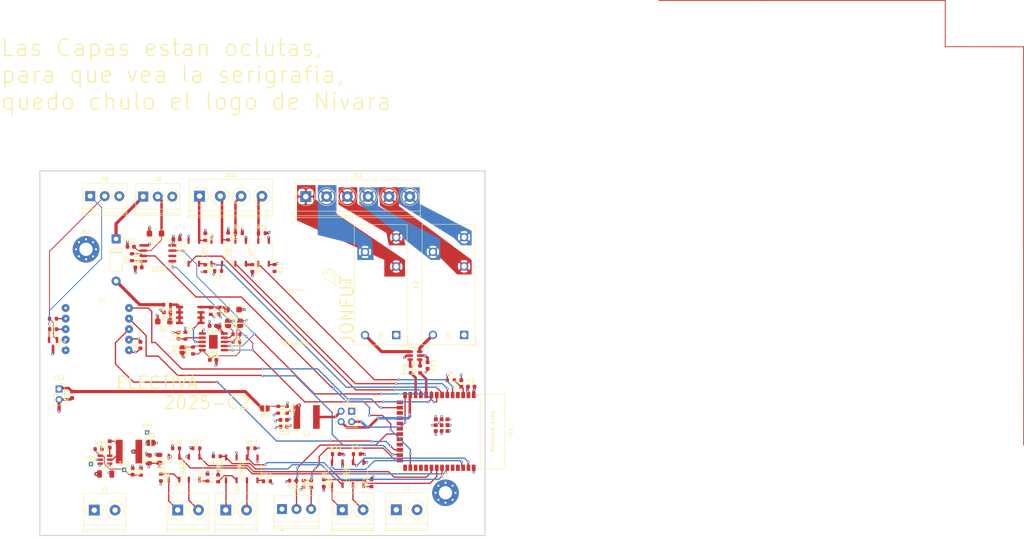
<source format=kicad_pcb>
(kicad_pcb (version 20241229) (generator "pcbnew") (generator_version "9.0")
  (layers (0 "F.Cu" signal) (4 "In1.Cu" power) (6 "In2.Cu" mixed) (2 "B.Cu" signal) (13 "F.Paste" user) (15 "B.Paste" user) (5 "F.SilkS" user "F.Silkscreen") (7 "B.SilkS" user "B.Silkscreen") (1 "F.Mask" user) (3 "B.Mask" user) (25 "Edge.Cuts" user))
  (net 0 "")
  (net 1 "GND")
  (net 2 "Net-(U1-EN)")
  (net 3 "Net-(U2-FB)")
  (net 4 "Net-(U2-BST)")
  (net 5 "Net-(U15-SET)")
  (net 6 "VCC")
  (net 7 "/Board_ZorionX/D_IN1")
  (net 8 "/Board_ZorionX/D_IN_2")
  (net 9 "/Board_ZorionX/RS485-B")
  (net 10 "/Board_ZorionX/RS485-A")
  (net 11 "Net-(U15-V5V)")
  (net 12 "/Board_ZorionX/AOUT_010_1")
  (net 13 "/Board_ZorionX/DOUT_PNP_1")
  (net 14 "Net-(R23-Pad1)")
  (net 15 "/Board_ZorionX/DOUT_PNP_2")
  (net 16 "/Board_ZorionX/PNP_IN_2")
  (net 17 "/Board_ZorionX/RLY1_CD")
  (net 18 "/Board_ZorionX/RLY2_NCD")
  (net 19 "/Board_ZorionX/RLY1_NOD")
  (net 20 "/Board_ZorionX/RLY2_NOD")
  (net 21 "/Board_ZorionX/RLY2_CD")
  (net 22 "/Board_ZorionX/RLY1_NCD")
  (net 23 "+3.3V")
  (net 24 "RLY_EN_1")
  (net 25 "RLY_EN_2")
  (net 26 "RX{slash}tx")
  (net 28 "Net-(R26-Pad1)")
  (net 29 "TX")
  (net 32 "Net-(R8-Pad1)")
  (net 34 "Net-(R16-Pad1)")
  (net 35 "/Board_ZorionX/Contoler mA")
  (net 36 "Net-(R12-Pad1)")
  (net 37 "RX")
  (net 39 "Net-(R14-Pad1)")
  (net 41 "Net-(R10-Pad1)")
  (net 42 "/RUN{slash}Stop")
  (net 43 "/Board_ZorionX/Output_PNP/IN_output_PNP1")
  (net 44 "/Board_ZorionX/Output_PNP/IN_output_PNP2")
  (net 45 "/Board_ZorionX/OUTPUT_NPN/IN_output_NPN1")
  (net 46 "/Board_ZorionX/USB_-")
  (net 47 "Net-(Q1-1C)")
  (net 48 "/Board_ZorionX/USB_+")
  (net 49 "Net-(Q1-2C)")
  (net 50 "Net-(Q1-2B)")
  (net 51 "Net-(U14-V5V)")
  (net 52 "Net-(D5-A)")
  (net 53 "/Board_ZorionX/PowerSuply/Vout")
  (net 54 "/Board_ZorionX/PowerSuply/SW")
  (net 55 "Net-(Q1-1B)")
  (net 56 "/Board_ZorionX/OUTPUT_NPN/IN_otuput_NPN2")
  (net 58 "4_20v_mA")
  (net 59 "0_10v_in")
  (net 61 "In_dig_1")
  (net 62 "In_dig_2")
  (net 66 "NPN_in_1")
  (net 67 "PNP_in_1")
  (net 68 "NPN_in_2")
  (net 69 "Net-(U3-B)")
  (net 70 "Net-(U3-A)")
  (net 71 "Net-(R6-Pad1)")
  (net 72 "Net-(R21-Pad1)")
  (net 73 "Net-(R28-Pad1)")
  (net 74 "Net-(JP2-B)")
  (net 75 "Net-(JP3-B)")
  (net 76 "Net-(JP4-B)")
  (net 77 "SLK")
  (net 79 "SLA")
  (net 80 "Net-(U15-IOUT)")
  (net 81 "Net-(D3-A)")
  (net 82 "Net-(D4-A1)")
  (net 83 "Sel")
  (net 86 "/Board_ZorionX/NPN_IN_2")
  (net 87 "/Board_ZorionX/NPN_IN_1")
  (net 88 "/Board_ZorionX/PNP_IN_1")
  (net 89 "PNP_in_2")
  (net 90 "/Board_ZorionX/DOUT_NPN_1")
  (net 91 "/Board_ZorionX/DOUT_NPN_2")
  (net 92 "/Board_ZorionX/A010_IN1")
  (net 94 "VDRIVE")
  (net 95 "Net-(J2-Pin_2)")
  (footprint "Resistor_SMD:R_0603_1608Metric" (layer "F.Cu") (at 83.395 138.23 180)
    (property "Reference" "R15")
    (property "Value" "R_US")
  )
  (footprint "Package_SO:SOP-4_3.8x4.1mm_P2.54mm" (layer "F.Cu") (at 91.9 141.25 90)
    (property "Reference" "U9")
    (property "Value" "TLP3542")
  )
  (footprint "Resistor_SMD:R_0603_1608Metric" (layer "F.Cu") (at 44.05 107.65 180)
    (property "Reference" "R4")
    (property "Value" "120")
  )
  (footprint "Capacitor_SMD:C_0603_1608Metric" (layer "F.Cu") (at 82.5 115.025)
    (property "Reference" "C11")
    (property "Value" "1uF")
  )
  (footprint "TerminalBlock_Phoenix:TerminalBlock_Phoenix_PT-1,5-2-5.0-H_1x02_P5.00mm_Horizontal" (layer "F.Cu") (at 126.53 151.09)
    (property "Reference" "J7")
    (property "Value" "Screw_Terminal_01x02")
  )
  (footprint "TerminalBlock_Phoenix:TerminalBlock_Phoenix_PT-1,5-2-5.0-H_1x02_P5.00mm_Horizontal" (layer "F.Cu") (at 53.9328 151.1808)
    (property "Reference" "J1")
    (property "Value" "Screw_Terminal_01x02")
  )
  (footprint "Capacitor_SMD:C_0603_1608Metric" (layer "F.Cu") (at 83.8 103.25 -90)
    (property "Reference" "C12")
    (property "Value" "1uF")
  )
  (footprint "Resistor_SMD:R_0603_1608Metric" (layer "F.Cu") (at 71.45 101.75 180)
    (property "Reference" "R38")
    (property "Value" "15")
  )
  (footprint "TerminalBlock_Phoenix:TerminalBlock_Phoenix_PT-1,5-2-5.0-H_1x02_P5.00mm_Horizontal" (layer "F.Cu") (at 85.54 151.15)
    (property "Reference" "J3")
    (property "Value" "Screw_Terminal_01x02")
  )
  (footprint "Resistor_SMD:R_0603_1608Metric" (layer "F.Cu") (at 83.695 93.65 180)
    (property "Reference" "R6")
    (property "Value" "R_US")
  )
  (footprint "Capacitor_SMD:C_0603_1608Metric" (layer "F.Cu") (at 82.425 106.85 180)
    (property "Reference" "C16")
    (property "Value" "1uF")
  )
  (footprint "Resistor_SMD:R_0603_1608Metric" (layer "F.Cu") (at 62.975 90.335 -90)
    (property "Reference" "R32")
    (property "Value" "10k")
  )
  (footprint "Resistor_SMD:R_0603_1608Metric" (layer "F.Cu") (at 88.1 108.875 180)
    (property "Reference" "R34")
    (property "Value" "10k")
  )
  (footprint "Inductor_SMD:L_Bourns-SRN6028" (layer "F.Cu") (at 104.975 128.775)
    (property "Reference" "L2")
    (property "Value" "L_Iron")
  )
  (footprint "Package_TO_SOT_SMD:TSOT-23-6" (layer "F.Cu") (at 56.5045 139.0408)
    (property "Reference" "U2")
    (property "Value" "AP63203WU")
  )
  (footprint "TerminalBlock_Phoenix:TerminalBlock_Phoenix_PT-1,5-2-5.0-H_1x02_P5.00mm_Horizontal" (layer "F.Cu") (at 113.55 151.09)
    (property "Reference" "J6")
    (property "Value" "Screw_Terminal_01x02")
  )
  (footprint "TerminalBlock_Phoenix:TerminalBlock_Phoenix_PT-1,5-3-3.5-H_1x03_P3.50mm_Horizontal" (layer "F.Cu") (at 52.9488 75.6412)
    (property "Reference" "J8")
    (property "Value" "Screw_Terminal_01x03")
  )
  (footprint "Package_SO:SOP-4_3.8x4.1mm_P2.54mm" (layer "F.Cu") (at 117.38 142.42 90)
    (property "Reference" "U11")
    (property "Value" "TLP3542")
  )
  (footprint "Capacitor_SMD:C_0603_1608Metric" (layer "F.Cu") (at 57.642 135.3658 90)
    (property "Reference" "C4")
    (property "Value" "100nf")
  )
  (footprint "Capacitor_SMD:C_0603_1608Metric" (layer "F.Cu") (at 73.725 86.035 180)
    (property "Reference" "C17")
    (property "Value" "1uF")
  )
  (footprint "Resistor_SMD:R_0603_1608Metric" (layer "F.Cu") (at 130 117.325 90)
    (property "Reference" "R18")
    (property "Value" "R_US")
  )
  (footprint "Jumper:SolderJumper-2_P1.3mm_Open_RoundedPad1.0x1.5mm" (layer "F.Cu") (at 86.1 106.25 -90)
    (property "Reference" "JP3")
    (property "Value" "SolderJumper_2_Open")
  )
  (footprint "Diode_SMD:D_SMF" (layer "F.Cu") (at 70.65 105.8 180)
    (property "Reference" "D4")
    (property "Value" "SMF24A")
  )
  (footprint "Package_SO:SOIC-8_5.3x6.2mm_P1.27mm" (layer "F.Cu") (at 69.2 89.385 180)
    (property "Reference" "U14")
    (property "Value" "~")
  )
  (footprint "Capacitor_SMD:C_0603_1608Metric" (layer "F.Cu") (at 134.05 116.375 -90)
    (property "Reference" "C15")
    (property "Value" "1uf")
  )
  (footprint "Package_SO:SOP-4_3.8x4.1mm_P2.54mm" (layer "F.Cu") (at 112.34 142.41 90)
    (property "Reference" "U10")
    (property "Value" "TLP3542")
  )
  (footprint "Resistor_SMD:R_0603_1608Metric" (layer "F.Cu") (at 81.95 103.25 -90)
    (property "Reference" "R37")
    (property "Value" "100k")
  )
  (footprint "Resistor_SMD:R_0603_1608Metric" (layer "F.Cu") (at 97.27 92.925 -90)
    (property "Reference" "R12")
    (property "Value" "R_US")
  )
  (footprint "Resistor_SMD:R_0603_1608Metric" (layer "F.Cu") (at 75.825 109.2 90)
    (property "Reference" "R36")
    (property "Value" "2.5k")
  )
  (footprint "Jumper:SolderJumper-2_P1.3mm_Open_RoundedPad1.0x1.5mm" (layer "F.Cu") (at 75.15 112.675 90)
    (property "Reference" "JP2")
    (property "Value" "SolderJumper_2_Open" (hide yes))
  )
  (footprint "Resistor_SMD:R_0603_1608Metric" (layer "F.Cu") (at 73.595 136.29)
    (property "Reference" "R29")
    (property "Value" "R_US")
  )
  (footprint "Resistor_SMD:R_0603_1608Metric" (layer "F.Cu") (at 80.62 85.45 -90)
    (property "Reference" "R9")
    (property "Value" "R_US")
  )
  (footprint "Package_SO:SOP-4_3.8x4.1mm_P2.54mm" (layer "F.Cu") (at 86.87 141.24 90)
    (property "Reference" "U8")
    (property "Value" "TLP3542")
  )
  (footprint "Resistor_SMD:R_0603_1608Metric" (layer "F.Cu") (at 101.725 144.09 180)
    (property "Reference" "R20")
    (property "Value" "R_US")
  )
  (footprint "Package_SO:SO-8_3.9x4.9mm_P1.27mm" (layer "F.Cu") (at 77 104.235 180)
    (property "Reference" "T1")
    (property "Value" "IRF9310TRPBF")
  )
  (footprint "Jumper:SolderJumper-2_P1.3mm_Open_RoundedPad1.0x1.5mm" (layer "F.Cu") (at 67.492 134.9908)
    (property "Reference" "JP1")
    (property "Value" "SolderJumper_2_Open")
  )
  (footprint "Package_SO:SSOP-10-1EP_3.9x4.9mm_P1mm_EP2.1x3.3mm" (layer "F.Cu") (at 82.55 110.6875 180)
    (property "Reference" "U15")
    (property "Value" "~")
  )
  (footprint "Package_SO:SOP-4_3.8x4.1mm_P2.54mm" (layer "F.Cu") (at 94.62 89.15 90)
    (property "Reference" "U7")
    (property "Value" "TLP3542")
  )
  (footprint "Resistor_SMD:R_0603_1608Metric" (layer "F.Cu") (at 100.25 127.025 -90)
    (property "Reference" "R25")
    (property "Value" "R_US")
  )
  (footprint "Resistor_SMD:R_0603_1608Metric" (layer "F.Cu") (at 132.25 117.325 90)
    (property "Reference" "R19")
    (property "Value" "R_US")
  )
  (footprint "TestPoint:TestPoint_THTPad_1.0x1.0mm_Drill0.5mm" (layer "F.Cu") (at 61.142 141.4908)
    (property "Reference" "TP2")
    (property "Value" "TestPoint")
  )
  (footprint "Resistor_SMD:R_0603_1608Metric" (layer "F.Cu") (at 44 105.125 180)
    (property "Reference" "R5")
    (property "Value" "120")
  )
  (footprint "Jumper:SolderJumper-2_P1.3mm_Open_RoundedPad1.0x1.5mm" (layer "F.Cu") (at 88.975 106.225 -90)
    (property "Reference" "JP4")
    (property "Value" "SolderJumper_2_Open")
  )
  (footprint "Diode_THT:D_DO-41_SOD81_P10.16mm_Horizontal" (layer "F.Cu") (at 59.175 85.915 -90)
    (property "Reference" "D5")
    (property "Value" "1N4007")
  )
  (footprint "Capacitor_SMD:C_0603_1608Metric" (layer "F.Cu") (at 144.545 121.47)
    (property "Reference" "C2")
    (property "Value" "1uf")
  )
  (footprint "Resistor_SMD:R_0603_1608Metric" (layer "F.Cu") (at 80.62 92.975 -90)
    (property "Reference" "R8")
    (property "Value" "R_US")
  )
  (footprint "Connector_PinSocket_2.54mm:PinSocket_1x02_P2.54mm_Vertical" (layer "F.Cu") (at 45.475 122.05)
    (property "Reference" "J12")
    (property "Value" "PINHD_1x2_Female")
  )
  (footprint "Package_TO_SOT_SMD:SOT-23" (layer "F.Cu") (at 44.025 111.1625 -90)
    (property "Reference" "D1")
    (property "Value" "SM712_SOT23")
  )
  (footprint "Resistor_SMD:R_0603_1608Metric" (layer "F.Cu") (at 117.055 137.67)
    (property "Reference" "R24")
    (property "Value" "R_US")
  )
  (footprint "Resistor_SMD:R_0603_1608Metric" (layer "F.Cu") (at 112.015 137.69)
    (property "Reference" "R22")
    (property "Value" "R_US")
  )
  (footprint "Resistor_SMD:R_0603_1608Metric" (layer "F.Cu") (at 120.57 144.685 90)
    (property "Reference" "R23")
    (property "Value" "R_US")
  )
  (footprint "Resistor_SMD:R_0603_1608Metric" (layer "F.Cu") (at 88.1 110.65 180)
    (property "Reference" "R35")
    (property "Value" "10k")
  )
  (footprint "MountingHole:MountingHole_3.2mm_M3_Pad_Via" (layer "F.Cu") (at 138.35 147)
    (property "Reference" "H1")
    (property "Value" "MountingHole_Pad")
  )
  (footprint "Package_SO:SOP-4_3.8x4.1mm_P2.54mm" (layer "F.Cu") (at 77.87 89.15 90)
    (property "Reference" "U5")
    (property "Value" "TLP3542")
  )
  (footprint "Package_TO_SOT_SMD:TSOT-23-6" (layer "F.Cu") (at 131 114)
    (property "Reference" "Q1")
    (property "Value" "~")
  )
  (footprint "Resistor_SMD:R_0603_1608Metric" (layer "F.Cu") (at 91.92 92.95 -90)
    (property "Reference" "R10")
    (property "Value" "R_US")
  )
  (footprint "Package_SO:SOP-4_3.8x4.1mm_P2.54mm" (layer "F.Cu") (at 89.12 89.15 90)
    (property "Reference" "U6")
    (property "Value" "TLP3542")
  )
  (footprint "Resistor_SMD:R_0603_1608Metric" (layer "F.Cu") (at 81.14 143.335 90)
    (property "Reference" "R26")
    (property "Value" "R_US")
  )
  (footprint "Resistor_SMD:R_0603_1608Metric" (layer "F.Cu") (at 94.22 84.55)
    (property "Reference" "R13")
    (property "Value" "R_US")
  )
  (footprint "Resistor_SMD:R_0603_1608Metric" (layer "F.Cu") (at 83.7 143.515 90)
    (property "Reference" "R14")
    (property "Value" "R_US")
  )
  (footprint "logos:LECHUZA" (layer "F.Cu") (at 110.95 95.15 90)
    (property "Reference" "G***" (hide yes))
    (property "Value" "LOGO" (hide yes))
  )
  (footprint "Capacitor_SMD:C_0603_1608Metric" (layer "F.Cu") (at 48.6 123.425 90)
    (property "Reference" "C20")
    (property "Value" "1uf")
  )
  (footprint "Capacitor_SMD:C_0603_1608Metric" (layer "F.Cu") (at 71.475 103.6 180)
    (property "Reference" "C13")
    (property "Value" "100nF")
  )
  (footprint "Capacitor_SMD:C_0603_1608Metric" (layer "F.Cu") (at 63.142 141.8658 -90)
    (property "Reference" "C5")
    (property "Value" "100nf")
  )
  (footprint "Resistor_SMD:R_0603_1608Metric" (layer "F.Cu") (at 91.73 136.3)
    (property "Reference" "R17")
    (property "Value" "R_US")
  )
  (footprint "Package_SO:SOP-4_3.8x4.1mm_P2.54mm" (layer "F.Cu") (at 83.37 89.15 90)
    (property "Reference" "U4")
    (property "Value" "TLP3542")
  )
  (footprint "Capacitor_SMD:C_0603_1608Metric" (layer "F.Cu") (at 64.575 92.785)
    (property "Reference" "C8")
    (property "Value" "1uF")
  )
  (footprint "Inductor_SMD:L_Bourns-SRN6028" (layer "F.Cu") (at 62.292 137.0908)
    (property "Reference" "L1")
    (property "Value" "L_Iron")
  )
  (footprint "Diode_SMD:D_SMF" (layer "F.Cu") (at 87.275 102.925 180)
    (property "Reference" "D3")
    (property "Value" "D_Zener")
  )
  (footprint "TerminalBlock_Phoenix:TerminalBlock_Phoenix_PT-1,5-3-3.5-H_1x03_P3.50mm_Horizontal" (layer "F.Cu") (at 65.6944 75.7428)
    (property "Reference" "J9")
    (property "Value" "Screw_Terminal_01x03")
  )
  (footprint "Capacitor_SMD:C_0603_1608Metric" (layer "F.Cu") (at 62.7 87.81)
    (property "Reference" "C9")
    (property "Value" "100nF")
  )
  (footprint "Capacitor_SMD:C_0805_2012Metric" (layer "F.Cu") (at 67.042 138.9408 -90)
    (property "Reference" "C7")
    (property "Value" "22uf")
  )
  (footprint "Capacitor_SMD:C_0603_1608Metric" (layer "F.Cu") (at 74.15 109.2 90)
    (property "Reference" "C10")
    (property "Value" "220pF")
  )
  (footprint "TerminalBlock_Phoenix:TerminalBlock_Phoenix_PT-1,5-4-5.0-H_1x04_P5.00mm_Horizontal" (layer "F.Cu") (at 79.2312 75.6412)
    (property "Reference" "J10")
    (property "Value" "Screw_Terminal_01x04")
  )
  (footprint "TerminalBlock_Phoenix:TerminalBlock_Phoenix_PT-1,5-2-5.0-H_1x02_P5.00mm_Horizontal" (layer "F.Cu") (at 73.99 151.14)
    (property "Reference" "J4")
    (property "Value" "Screw_Terminal_01x02")
  )
  (footprint "Relay_THT:Relay_SPDT_Omron_G2RL-1" (layer "F.Cu") (at 126.517 109.0658 180)
    (property "Reference" "K1")
    (property "Value" "G2RL-1")
  )
  (footprint "Capacitor_SMD:C_0603_1608Metric" (layer "F.Cu") (at 99.475 129.475 180)
    (property "Reference" "C18")
    (property "Value" "1uf")
  )
  (footprint "Resistor_SMD:R_0603_1608Metric" (layer "F.Cu") (at 106.06 144.875 90)
    (property "Reference" "R30")
    (property "Value" "R_US")
  )
  (footprint "TestPoint:TestPoint_THTPad_1.0x1.0mm_Drill0.5mm" (layer "F.Cu") (at 53.142 140.0908)
    (property "Reference" "TP1")
    (property "Value" "TestPoint")
  )
  (footprint "Resistor_SMD:R_0603_1608Metric" (layer "F.Cu") (at 78.46 136.29)
    (property "Reference" "R27")
    (property "Value" "R_US")
  )
  (footprint "Resistor_SMD:R_0603_1608Metric" (layer "F.Cu") (at 109.1 144.655 -90)
    (property "Reference" "R21")
    (property "Value" "R_US")
  )
  (footprint "Resistor_SMD:R_0603_1608Metric" (layer "F.Cu") (at 104.27 144.865 -90)
    (property "Reference" "R31")
    (property "Value" "R_US")
  )
  (footprint "Relay_THT:Relay_SPDT_Omron_G2RL-1" (layer "F.Cu") (at 142.8295 109.0283 180)
    (property "Reference" "K2")
    (property "Value" "G2RL-1")
  )
  (footprint "Capacitor_SMD:C_0805_2012Metric" (layer "F.Cu") (at 69.542 138.8408 -90)
    (property "Reference" "C6")
    (property "Value" "22uf")
  )
  (footprint "Resistor_SMD:R_0603_1608Metric" (layer "F.Cu") (at 54.967 136.4908)
    (property "Reference" "R3")
    (property "Value" "R_US")
  )
  (footprint "Capacitor_SMD:C_0603_1608Metric" (layer "F.Cu") (at 99.475 131.1 180)
    (property "Reference" "C19")
    (property "Value" "1uf")
  )
  (footprint "logos:Nivara control" (layer "F.Cu") (at 102.375 99.015)
    (property "Reference" "REF**")
    (property "Value" "Nivara control" (hide yes))
  )
  (footprint "Resistor_SMD:R_0603_1608Metric" (layer "F.Cu") (at 86.12 85.325 -90)
    (property "Reference" "R7")
    (property "Value" "R_US")
  )
  (footprint "PCM_Espressif:ESP32-S3-WROOM-1" (layer "F.Cu") (at 136.882 132.2408 -90)
    (property "Reference" "U1")
    (property "Value" "ESP32-S3-WROOM-1")
  )
  (footprint "MountingHole:MountingHole_3.2mm_M3_Pad_Via" (layer "F.Cu") (at 51.95 88.425)
    (property "Reference" "H2")
    (property "Value" "MountingHole_Pad")
  )
  (footprint "Resistor_SMD:R_0603_1608Metric" (layer "F.Cu") (at 139.625 119.925)
    (property "Reference" "R1")
    (property "Value" "R_US")
  )
  (footprint "Resistor_SMD:R_0603_1608Metric" (layer "F.Cu") (at 69.95 143.315 -90)
    (property "Reference" "R28")
    (property "Value" "R_US")
  )
  (footprint "TestPoint:TestPoint_THTPad_1.0x1.0mm_Drill0.5mm" (layer "F.Cu") (at 66.642 132.4908)
    (property "Reference" "TP3")
    (property "Value" "TestPoint")
  )
  (footprint "Capacitor_SMD:C_1206_3216Metric" (layer "F.Cu") (at 56.667 142.4908)
    (property "Reference" "C3")
    (property "Value" "10mf")
  )
  (footprint "Resistor_SMD:R_0603_1608Metric" (layer "F.Cu") (at 95.435 144.23)
    (property "Reference" "R16")
    (property "Value" "R_US")
  )
  (footprint "Capacitor_SMD:C_0603_1608Metric" (layer "F.Cu") (at 65.025 111.475 90)
    (property "Reference" "C14")
    (property "Value" "1uf")
  )
  (footprint "Package_SO:SOP-4_3.8x4.1mm_P2.54mm" (layer "F.Cu") (at 77.94 141.09 90)
    (property "Reference" "U12")
    (property "Value" "TLP3542")
  )
  (footprint "Jumper:SolderJumper-2_P1.3mm_Open_RoundedPad1.0x1.5mm" (layer "F.Cu") (at 94.95 126.725 180)
    (property "Reference" "JP5")
    (property "Value" "SolderJumper_2_Open")
  )
  (footprint "Capacitor_SMD:C_0603_1608Metric" (layer "F.Cu") (at 142.15 120.7 90)
    (property "Reference" "C1")
    (property "Value" "1uf")
  )
  (footprint "TerminalBlock_Phoenix:TerminalBlock_Phoenix_PT-1,5-6-5.0-H_1x06_P5.00mm_Horizontal" (layer "F.Cu") (at 104.7696 75.7428)
    (property "Reference" "J11")
    (property "Value" "Screw_Terminal_01x06")
  )
  (footprint "Resistor_SMD:R_0603_1608Metric" (layer "F.Cu") (at 77.675 112.775 90)
    (property "Reference" "R33")
    (property "Value" "10k")
  )
  (footprint "Package_SO:SOP-4_3.8x4.1mm_P2.54mm" (layer "F.Cu") (at 73.1 141.09 90)
    (property "Reference" "U13")
    (property "Value" "TLP3542")
  )
  (footprint "Diode_SMD:D_SMF" (layer "F.Cu") (at 68.65 84.66 180)
    (property "Reference" "D2")
    (property "Value" "SMF24A")
  )
  (footprint "Resistor_SMD:R_0603_1608Metric" (layer "F.Cu") (at 65.142 141.9158 -90)
    (property "Reference" "R2")
    (property "Value" "R_US")
  )
  (footprint "TerminalBlock_Phoenix:TerminalBlock_Phoenix_PT-1,5-3-3.5-H_1x03_P3.50mm_Horizontal" (layer "F.Cu") (at 99.05 150.92)
    (property "Reference" "J5")
    (property "Value" "Screw_Terminal_01x03")
  )
  (footprint "HUellas 1:Rs_485" (layer "F.Cu") (at 56.05 100.055 180)
    (property "Reference" "U3")
    (property "Value" "~")
  )
  (footprint "Resistor_SMD:R_0603_1608Metric" (layer "F.Cu") (at 88.695 84.55)
    (property "Reference" "R11")
    (property "Value" "R_US")
  )
  (footprint "Resistor_SMD:R_0603_1608Metric" (layer "F.Cu") (at 98.15 127.025 -90)
    (property "Reference" "R39")
    (property "Value" "R_US")
  )
  (footprint "Connector_PinSocket_2.54mm:PinSocket_2x02_P2.54mm_Vertical" (layer "F.Cu") (at 115.8 127.375)
    (property "Reference" "J2")
    (property "Value" "USB_ext")
  )
  (gr_line (start 214.625 28.575) (end 189.625 28.575) (stroke (width 0.2)) (layer "F.Cu"))
  (gr_line (start 258.475 28.55) (end 214.625 28.575) (stroke (width 0.2)) (layer "F.Cu"))
  (gr_line (start 258.475 28.55) (end 258.475 39.675) (stroke (width 0.2)) (layer "F.Cu"))
  (gr_line (start 277.325 135.55) (end 277.3 82.2) (stroke (width 0.2)) (layer "F.Cu"))
  (gr_line (start 277.3 82.2) (end 277.3 39.7) (stroke (width 0.2)) (layer "F.Cu"))
  (gr_line (start 258.475 39.675) (end 277.3 39.7) (stroke (width 0.2)) (layer "F.Cu"))
  (gr_line (start 40.848 69.5768) (end 40.848 157.2768) (stroke (width 0.25)) (layer "Edge.Cuts"))
  (gr_line (start 147.848 69.5768) (end 40.848 69.5768) (stroke (width 0.25)) (layer "Edge.Cuts"))
  (gr_line (start 147.848 157.2768) (end 147.848 69.5768) (stroke (width 0.25)) (layer "Edge.Cuts"))
  (gr_line (start 40.848 157.2768) (end 147.848 157.2768) (stroke (width 0.25)) (layer "Edge.Cuts"))
  (gr_text "Las Capas estan oclutas, \npara que vea la serigrafia, \nquedo chulo el logo de Nivara" (at 31.275 55.175 0) (layer "F.SilkS") (effects (font (size 4 4) (thickness 0.3) (bold yes)) (justify left bottom)))
  (gr_text "JONFUT" (at 116.417 111.4658 90) (layer "F.SilkS") (effects (font (size 3 3) (thickness 0.3)) (justify left bottom)))
  (gr_text "ELECTIVA \n     2025-C2" (at 58.9 127.125 0) (layer "F.SilkS") (effects (font (size 3 3) (thickness 0.3)) (justify left bottom)))
  (segment (start 57.7208 142.4908) (end 57.4 142.17) (width 0.3048) (layer "F.Cu") (net 1))
  (segment (start 100.9 144.09) (end 100.33 144.09) (width 0.3048) (layer "F.Cu") (net 1))
  (segment (start 136.022 130.7408) (end 135.2108 130.7408) (width 0.3048) (layer "F.Cu") (net 1))
  (segment (start 71.83 138.34) (end 72.28 138.34) (width 0.6096) (layer "F.Cu") (net 1))
  (segment (start 70.475 103.6) (end 69.875 103) (width 0.6096) (layer "F.Cu") (net 1))
  (segment (start 98.15 127.85) (end 97.6 127.85) (width 0.2032) (layer "F.Cu") (net 1))
  (segment (start 74.15 108.425) (end 72.875 108.425) (width 0.3048) (layer "F.Cu") (net 1))
  (segment (start 65.7 87.48) (end 66.87 87.48) (width 0.6096) (layer "F.Cu") (net 1))
  (segment (start 145.142 122.388) (end 145.3 122.23) (width 0.6096) (layer "F.Cu") (net 1))
  (segment (start 145.32 122.21) (end 145.3 122.23) (width 0.6096) (layer "F.Cu") (net 1))
  (segment (start 75.825 107.4) (end 75.8 107.375) (width 0.3048) (layer "F.Cu") (net 1))
  (segment (start 137.422 128.598) (end 137.43 128.59) (width 0.3048) (layer "F.Cu") (net 1))
  (segment (start 109.1 145.48) (end 109.1 146.45) (width 0.6096) (layer "F.Cu") (net 1))
  (segment (start 63.8 92.785) (end 63.8 93.875) (width 0.6096) (layer "F.Cu") (net 1))
  (segment (start 76.6 86.4) (end 76.6 85.27) (width 0.3048) (layer "F.Cu") (net 1))
  (segment (start 79.9125 108.6875) (end 79.9125 108.0625) (width 0.3048) (layer "F.Cu") (net 1))
  (segment (start 96.26 144.23) (end 96.26 144.34) (width 0.3048) (layer "F.Cu") (net 1))
  (segment (start 65.025 110.45) (end 64.55 109.975) (width 0.3048) (layer "F.Cu") (net 1))
  (segment (start 87.375 105.6) (end 87.45 105.675) (width 0.3048) (layer "F.Cu") (net 1))
  (segment (start 136.022 132.998) (end 136.02 133) (width 0.3048) (layer "F.Cu") (net 1))
  (segment (start 137.422 132.1408) (end 137.422 132.788) (width 0.3048) (layer "F.Cu") (net 1))
  (segment (start 82.1 86.4) (end 82.1 85.37) (width 0.3048) (layer "F.Cu") (net 1))
  (segment (start 67.042 139.8908) (end 67.042 140.7908) (width 0.2) (layer "F.Cu") (net 1))
  (segment (start 80.62 93.8) (end 79.87 93.8) (width 0.3048) (layer "F.Cu") (net 1))
  (segment (start 67.042 139.8908) (end 69.442 139.8908) (width 0.3048) (layer "F.Cu") (net 1))
  (segment (start 145.142 142.092) (end 145.16 142.11) (width 0.3048) (layer "F.Cu") (net 1))
  (segment (start 55.792 136.4908) (end 55.792 136.1408) (width 0.2) (layer "F.Cu") (net 1))
  (segment (start 98.7 131.1) (end 97.925 131.1) (width 0.2032) (layer "F.Cu") (net 1))
  (segment (start 83.8 104.025) (end 83.8 104.275) (width 0.3048) (layer "F.Cu") (net 1))
  (segment (start 44.025 112.1) (end 44.025 113.5) (width 0.6096) (layer "F.Cu") (net 1))
  (segment (start 69.95 144.9) (end 69.93 144.92) (width 0.3048) (layer "F.Cu") (net 1))
  (segment (start 75.15 113.325) (end 75.15 114.075) (width 0.6096) (layer "F.Cu") (net 1))
  (segment (start 92.555 136.3) (end 93.35 136.3) (width 0.3048) (layer "F.Cu") (net 1))
  (segment (start 82.1 85.37) (end 82.22 85.25) (width 0.3048) (layer "F.Cu") (net 1))
  (segment (start 63.8 93.875) (end 63.9 93.975) (width 0.6096) (layer "F.Cu") (net 1))
  (segment (start 81.65 106.85) (end 81.65 105.8) (width 0.3048) (layer "F.Cu") (net 1))
  (segment (start 90.4 105.575) (end 90.5 105.475) (width 0.3048) (layer "F.Cu") (net 1))
  (segment (start 138.822 129.3408) (end 139.4392 129.3408) (width 0.3048) (layer "F.Cu") (net 1))
  (segment (start 69.442 139.8908) (end 69.542 139.7908) (width 0.3048) (layer "F.Cu") (net 1))
  (segment (start 83.275 116.15) (end 83.125 116.3) (width 0.6096) (layer "F.Cu") (net 1))
  (segment (start 83.7 141.8) (end 83.71 141.79) (width 0.3048) (layer "F.Cu") (net 1))
  (segment (start 136.022 132.1408) (end 136.022 132.998) (width 0.3048) (layer "F.Cu") (net 1))
  (segment (start 97.6 127.85) (end 97.15 128.3) (width 0.2032) (layer "F.Cu") (net 1))
  (segment (start 118.73 137.67) (end 118.9 137.84) (width 0.6096) (layer "F.Cu") (net 1))
  (segment (start 74.5 85.15) (end 74.75 84.9) (width 0.6096) (layer "F.Cu") (net 1))
  (segment (start 69.95 144.14) (end 69.95 144.9) (width 0.3048) (layer "F.Cu") (net 1))
  (segment (start 81.14 142.51) (end 81.14 142.08) (width 0.6096) (layer "F.Cu") (net 1))
  (segment (start 83.8 104.275) (end 84.3 104.775) (width 0.3048) (layer "F.Cu") (net 1))
  (segment (start 79.87 93.8) (end 79.82 93.85) (width 0.3048) (layer "F.Cu") (net 1))
  (segment (start 117.88 137.67) (end 118.73 137.67) (width 0.6096) (layer "F.Cu") (net 1))
  (segment (start 145.142 123.4908) (end 145.142 122.388) (width 0.6096) (layer "F.Cu") (net 1))
  (segment (start 75.825 108.375) (end 75.825 107.4) (width 0.3048) (layer "F.Cu") (net 1))
  (segment (start 55.792 136.1408) (end 55.642 135.9908) (width 0.2) (layer "F.Cu") (net 1))
  (segment (start 58.142 142.4908) (end 57.7208 142.4908) (width 0.3048) (layer "F.Cu") (net 1))
  (segment (start 45.475 124.59) (end 46.885 124.59) (width 0.6096) (layer "F.Cu") (net 1))
  (segment (start 82.57 137.49) (end 82.53 137.45) (width 0.3048) (layer "F.Cu") (net 1))
  (segment (start 120.57 143.86) (end 120.57 143.51) (width 0.6096) (layer "F.Cu") (net 1))
  (segment (start 48.275 124.525) (end 48.6 124.2) (width 0.6096) (layer "F.Cu") (net 1))
  (segment (start 82.075 104.075) (end 82.7 104.7) (width 0.3048) (layer "F.Cu") (net 1))
  (segment (start 67.2 84.66) (end 67.2 83.25) (width 0.6096) (layer "F.Cu") (net 1))
  (segment (start 61.925 87.81) (end 61.925 86.65) (width 0.6096) (layer "F.Cu") (net 1))
  (segment (start 46.95 124.525) (end 48.275 124.525) (width 0.6096) (layer "F.Cu") (net 1))
  (segment (start 61.925 86.65) (end 61.95 86.625) (width 0.6096) (layer "F.Cu") (net 1))
  (segment (start 137.422 132.788) (end 137.41 132.8) (width 0.3048) (layer "F.Cu") (net 1))
  (segment (start 82.87 94.2) (end 82.62 94.45) (width 0.3048) (layer "F.Cu") (net 1))
  (segment (start 142.15 118.625) (end 142.125 118.6) (width 0.3048) (layer "F.Cu") (net 1))
  (segment (start 137.422 129.3408) (end 137.422 128.598) (width 0.3048) (layer "F.Cu") (net 1))
  (segment (start 67.2 83.25) (end 67.3 83.15) (width 0.6096) (layer "F.Cu") (net 1))
  (segment (start 104.14 145.69) (end 103.64 146.19) (width 0.3048) (layer "F.Cu") (net 1))
  (segment (start 82.87 93.65) (end 82.87 94.2) (width 0.3048) (layer "F.Cu") (net 1))
  (segment (start 83.275 115.025) (end 83.275 116.15) (width 0.6096) (layer "F.Cu") (net 1))
  (segment (start 81.95 104.075) (end 82.075 104.075) (width 0.3048) (layer "F.Cu") (net 1))
  (segment (start 82.57 138.23) (end 82.57 137.49) (width 0.3048) (layer "F.Cu") (net 1))
  (segment (start 145.32 121.47) (end 145.32 122.21) (width 0.6096) (layer "F.Cu") (net 1))
  (segment (start 69.542 139.7908) (end 69.542 140.7908) (width 0.2) (layer "F.Cu") (net 1))
  (segment (start 81.14 142.08) (end 81.22 142) (width 0.6096) (layer "F.Cu") (net 1))
  (segment (start 57.642 139.9908) (end 57.642 140.4908) (width 0.2) (layer "F.Cu") (net 1))
  (segment (start 129 114) (end 128.5 114.5) (width 0.6096) (layer "F.Cu") (net 1))
  (segment (start 86.1 105.6) (end 87.375 105.6) (width 0.3048) (layer "F.Cu") (net 1))
  (segment (start 76.16 138.34) (end 76.13 138.31) (width 0.6096) (layer "F.Cu") (net 1))
  (segment (start 65.025 110.7) (end 65.025 110.45) (width 0.3048) (layer "F.Cu") (net 1))
  (segment (start 74.5 86.035) (end 74.5 85.15) (width 0.6096) (layer "F.Cu") (net 1))
  (segment (start 96.26 144.34) (end 96.73 144.81) (width 0.3048) (layer "F.Cu") (net 1))
  (segment (start 137.4108 130.7408) (end 136.85 130.18) (width 0.3048) (layer "F.Cu") (net 1))
  (segment (start 93.35 136.3) (end 93.43 136.22) (width 0.3048) (layer "F.Cu") (net 1))
  (segment (start 72.28 138.34) (end 72.3 138.32) (width 0.6096) (layer "F.Cu") (net 1))
  (segment (start 69.2 105.8) (end 69.2 104.5) (width 0.6096) (layer "F.Cu") (net 1))
  (segment (start 134.05 117.575) (end 133.6 118.025) (width 0.3048) (layer "F.Cu") (net 1))
  (segment (start 138.822 130.7408) (end 139.4792 130.7408) (width 0.3048) (layer "F.Cu") (net 1))
  (segment (start 137.422 130.7408) (end 137.4108 130.7408) (width 0.3048) (layer "F.Cu") (net 1))
  (segment (start 91.92 93.775) (end 91.92 94.85) (width 0.6096) (layer "F.Cu") (net 1))
  (segment (start 109.1 146.45) (end 109.11 146.46) (width 0.6096) (layer "F.Cu") (net 1))
  (segment (start 139.4792 130.7408) (end 139.48 130.74) (width 0.3048) (layer "F.Cu") (net 1))
  (segment (start 70.7 103.6) (end 70.475 103.6) (width 0.6096) (layer "F.Cu") (net 1))
  (segment (start 75.15 114.075) (end 75.5 114.425) (width 0.6096) (layer "F.Cu") (net 1))
  (segment (start 83.7 142.69) (end 83.7 141.8) (width 0.3048) (layer "F.Cu") (net 1))
  (segment (start 66.87 87.48) (end 67.225 87.125) (width 0.6096) (layer "F.Cu") (net 1))
  (segment (start 98.7 129.475) (end 97.775 129.475) (width 0.2032) (layer "F.Cu") (net 1))
  (segment (start 100.325 127.85) (end 100.875 127.3) (width 0.2032) (layer "F.Cu") (net 1))
  (segment (start 95.72 84.55) (end 95.97 84.3) (width 0.6096) (layer "F.Cu") (net 1))
  (segment (start 97.925 131.1) (end 97.625 131.4) (width 0.2032) (layer "F.Cu") (net 1))
  (segment (start 113.74 137.69) (end 113.96 137.91) (width 0.6096) (layer "F.Cu") (net 1))
  (segment (start 145.142 140.9908) (end 145.142 142.092) (width 0.3048) (layer "F.Cu") (net 1))
  (segment (start 46.885 124.59) (end 46.95 124.525) (width 0.6096) (layer "F.Cu") (net 1))
  (segment (start 95.045 84.55) (end 95.72 84.55) (width 0.6096) (layer "F.Cu") (net 1))
  (segment (start 138.822 132.1408) (end 139.3892 132.1408) (width 0.3048) (layer "F.Cu") (net 1))
  (segment (start 62.49 109.975) (end 62.29 110.175) (width 0.3048) (layer "F.Cu") (net 1))
  (segment (start 76.6 85.27) (end 76.62 85.25) (width 0.3048) (layer "F.Cu") (net 1))
  (segment (start 139.3892 132.1408) (end 139.4 132.13) (width 0.3048) (layer "F.Cu") (net 1))
  (segment (start 89.52 84.55) (end 89.52 83.55) (width 0.6096) (layer "F.Cu") (net 1))
  (segment (start 97.775 129.475) (end 97.5 129.75) (width 0.2032) (layer "F.Cu") (net 1))
  (segment (start 79.9125 108.0625) (end 80.175 107.8) (width 0.3048) (layer "F.Cu") (net 1))
  (segment (start 134.05 117.15) (end 134.05 117.575) (width 0.3048) (layer "F.Cu") (net 1))
  (segment (start 129.8625 114) (end 129 114) (width 0.6096) (layer "F.Cu") (net 1))
  (segment (start 135.2108 130.7408) (end 135.21 130.74) (width 0.3048) (layer "F.Cu") (net 1))
  (segment (start 136.022 128.602) (end 136.01 128.59) (width 0.3048) (layer "F.Cu") (net 1))
  (segment (start 104.27 145.69) (end 104.14 145.69) (width 0.3048) (layer "F.Cu") (net 1))
  (segment (start 136.022 129.3408) (end 136.022 128.602) (width 0.3048) (layer "F.Cu") (net 1))
  (segment (start 72.875 108.425) (end 72.85 108.45) (width 0.3048) (layer "F.Cu") (net 1))
  (segment (start 76.67 138.34) (end 76.16 138.34) (width 0.6096) (layer "F.Cu") (net 1))
  (segment (start 45.475 124.59) (end 45.475 127.325) (width 0.762) (layer "F.Cu") (net 1))
  (segment (start 139.4392 129.3408) (end 139.44 129.34) (width 0.3048) (layer "F.Cu") (net 1))
  (segment (start 88.975 105.575) (end 90.4 105.575) (width 0.3048) (layer "F.Cu") (net 1))
  (segment (start 64.55 109.975) (end 62.49 109.975) (width 0.3048) (layer "F.Cu") (net 1))
  (segment (start 100.25 127.85) (end 100.325 127.85) (width 0.2032) (layer "F.Cu") (net 1))
  (segment (start 44.025 113.5) (end 43.9 113.625) (width 0.6096) (layer "F.Cu") (net 1))
  (segment (start 120.57 143.51) (end 120.98 143.1) (width 0.6096) (layer "F.Cu") (net 1))
  (segment (start 45.475 127.325) (end 45.45 127.35) (width 0.762) (layer "F.Cu") (net 1))
  (segment (start 100.33 144.09) (end 100.07 144.35) (width 0.3048) (layer "F.Cu") (net 1))
  (segment (start 142.15 119.925) (end 142.15 118.625) (width 0.3048) (layer "F.Cu") (net 1))
  (segment (start 69.2 104.5) (end 69 104.3) (width 0.6096) (layer "F.Cu") (net 1))
  (segment (start 112.84 137.69) (end 113.74 137.69) (width 0.6096) (layer "F.Cu") (net 1))
  (via (at 72.85 108.45) (size 0.6) (drill 0.3) (layers "F.Cu" "B.Cu") (net 1))
  (via (at 63.9 93.975) (size 0.6) (drill 0.3) (layers "F.Cu" "B.Cu") (net 1))
  (via (at 113.96 137.91) (size 0.6) (drill 0.3) (layers "F.Cu" "B.Cu") (net 1))
  (via (at 76.62 85.25) (size 0.6) (drill 0.3) (layers "F.Cu" "B.Cu") (net 1))
  (via (at 145.16 142.11) (size 0.6) (drill 0.3) (layers "F.Cu" "B.Cu") (net 1))
  (via (at 142.125 118.6) (size 0.6) (drill 0.3) (layers "F.Cu" "B.Cu") (net 1))
  (via (at 82.62 94.45) (size 0.6) (drill 0.3) (layers "F.Cu" "B.Cu") (net 1))
  (via (at 109.11 146.46) (size 0.6) (drill 0.3) (layers "F.Cu" "B.Cu") (net 1))
  (via (at 82.7 104.7) (size 0.6) (drill 0.3) (layers "F.Cu" "B.Cu") (net 1))
  (via (at 74.75 84.9) (size 0.6) (drill 0.3) (layers "F.Cu" "B.Cu") (net 1))
  (via (at 72.3 138.32) (size 0.6) (drill 0.3) (layers "F.Cu" "B.Cu") (net 1))
  (via (at 91.92 94.85) (size 0.6) (drill 0.3) (layers "F.Cu" "B.Cu") (net 1))
  (via (at 89.52 83.55) (size 0.6) (drill 0.3) (layers "F.Cu" "B.Cu") (net 1))
  (via (at 43.9 113.625) (size 0.6) (drill 0.3) (layers "F.Cu" "B.Cu") (net 1))
  (via (at 83.71 141.79) (size 0.6) (drill 0.3) (layers "F.Cu" "B.Cu") (net 1))
  (via (at 139.4 132.13) (size 0.6) (drill 0.3) (layers "F.Cu" "B.Cu") (net 1))
  (via (at 100.07 144.35) (size 0.6) (drill 0.3) (layers "F.Cu" "B.Cu") (net 1))
  (via (at 69.875 103) (size 0.6) (drill 0.3) (layers "F.Cu" "B.Cu") (net 1))
  (via (at 81.22 142) (size 0.6) (drill 0.3) (layers "F.Cu" "B.Cu") (net 1))
  (via (at 67.3 83.15) (size 0.6) (drill 0.3) (layers "F.Cu" "B.Cu") (net 1))
  (via (at 75.8 107.375) (size 0.6) (drill 0.3) (layers "F.Cu" "B.Cu") (net 1))
  (via (at 90.5 105.475) (size 0.6) (drill 0.3) (layers "F.Cu" "B.Cu") (net 1))
  (via (at 87.45 105.675) (size 0.6) (drill 0.3) (layers "F.Cu" "B.Cu") (net 1))
  (via (at 97.15 128.3) (size 0.6) (drill 0.3) (layers "F.Cu" "B.Cu") (net 1))
  (via (at 137.43 128.59) (size 0.6) (drill 0.3) (layers "F.Cu" "B.Cu") (net 1))
  (via (at 84.3 104.775) (size 0.6) (drill 0.3) (layers "F.Cu" "B.Cu") (net 1))
  (via (at 139.44 129.34) (size 0.6) (drill 0.3) (layers "F.Cu" "B.Cu") (net 1))
  (via (at 69 104.3) (size 0.6) (drill 0.3) (layers "F.Cu" "B.Cu") (net 1))
  (via (at 55.642 135.9908) (size 0.6) (drill 0.3) (layers "F.Cu" "B.Cu") (net 1))
  (via (at 145.3 122.23) (size 0.6) (drill 0.3) (layers "F.Cu" "B.Cu") (net 1))
  (via (at 67.225 87.125) (size 0.6) (drill 0.3) (layers "F.Cu" "B.Cu") (net 1))
  (via (at 136.01 128.59) (size 0.6) (drill 0.3) (layers "F.Cu" "B.Cu") (net 1))
  (via (at 137.41 132.8) (size 0.6) (drill 0.3) (layers "F.Cu" "B.Cu") (net 1))
  (via (at 133.6 118.025) (size 0.6) (drill 0.3) (layers "F.Cu" "B.Cu") (net 1))
  (via (at 45.45 127.35) (size 0.6) (drill 0.3) (layers "F.Cu" "B.Cu") (net 1))
  (via (at 76.13 138.31) (size 0.6) (drill 0.3) (layers "F.Cu" "B.Cu") (net 1))
  (via (at 100.875 127.3) (size 0.6) (drill 0.3) (layers "F.Cu" "B.Cu") (net 1))
  (via (at 97.625 131.4) (size 0.6) (drill 0.3) (layers "F.Cu" "B.Cu") (net 1))
  (via (at 75.5 114.425) (size 0.6) (drill 0.3) (layers "F.Cu" "B.Cu") (net 1))
  (via (at 128.5 114.5) (size 0.6) (drill 0.3) (layers "F.Cu" "B.Cu") (net 1))
  (via (at 136.02 133) (size 0.6) (drill 0.3) (layers "F.Cu" "B.Cu") (net 1))
  (via (at 57.4 142.17) (size 0.6) (drill 0.3) (layers "F.Cu" "B.Cu") (net 1))
  (via (at 96.73 144.81) (size 0.6) (drill 0.3) (layers "F.Cu" "B.Cu") (net 1))
  (via (at 95.97 84.3) (size 0.6) (drill 0.3) (layers "F.Cu" "B.Cu") (net 1))
  (via (at 83.125 116.3) (size 0.6) (drill 0.3) (layers "F.Cu" "B.Cu") (net 1))
  (via (at 136.85 130.18) (size 0.6) (drill 0.3) (layers "F.Cu" "B.Cu") (net 1))
  (via (at 67.042 140.7908) (size 0.6) (drill 0.3) (layers "F.Cu" "B.Cu") (net 1))
  (via (at 69.93 144.92) (size 0.6) (drill 0.3) (layers "F.Cu" "B.Cu") (net 1))
  (via (at 46.95 124.525) (size 0.6) (drill 0.3) (layers "F.Cu" "B.Cu") (net 1))
  (via (at 79.82 93.85) (size 0.6) (drill 0.3) (layers "F.Cu" "B.Cu") (net 1))
  (via (at 139.48 130.74) (size 0.6) (drill 0.3) (layers "F.Cu" "B.Cu") (net 1))
  (via (at 135.21 130.74) (size 0.6) (drill 0.3) (layers "F.Cu" "B.Cu") (net 1))
  (via (at 118.9 137.84) (size 0.6) (drill 0.3) (layers "F.Cu" "B.Cu") (net 1))
  (via (at 82.53 137.45) (size 0.6) (drill 0.3) (layers "F.Cu" "B.Cu") (net 1))
  (via (at 57.642 140.4908) (size 0.6) (drill 0.3) (layers "F.Cu" "B.Cu") (net 1))
  (via (at 80.175 107.8) (size 0.6) (drill 0.3) (layers "F.Cu" "B.Cu") (net 1))
  (via (at 81.65 105.8) (size 0.6) (drill 0.3) (layers "F.Cu" "B.Cu") (net 1))
  (via (at 120.98 143.1) (size 0.6) (drill 0.3) (layers "F.Cu" "B.Cu") (net 1))
  (via (at 103.64 146.19) (size 0.6) (drill 0.3) (layers "F.Cu" "B.Cu") (net 1))
  (via (at 93.43 136.22) (size 0.6) (drill 0.3) (layers "F.Cu" "B.Cu") (net 1))
  (via (at 97.5 129.75) (size 0.6) (drill 0.3) (layers "F.Cu" "B.Cu") (net 1))
  (via (at 69.542 140.7908) (size 0.6) (drill 0.3) (layers "F.Cu" "B.Cu") (net 1))
  (via (at 61.95 86.625) (size 0.6) (drill 0.3) (layers "F.Cu" "B.Cu") (net 1))
  (via (at 64.55 109.975) (size 0.6) (drill 0.3) (layers "F.Cu" "B.Cu") (net 1))
  (via (at 82.22 85.25) (size 0.6) (drill 0.3) (layers "F.Cu" "B.Cu") (net 1))
  (segment (start 142 121.475) (end 140.45 119.925) (width 0.3048) (layer "F.Cu") (net 2))
  (segment (start 142.15 121.475) (end 142 121.475) (width 0.3048) (layer "F.Cu") (net 2))
  (segment (start 142.15 121.475) (end 142.602 121.927) (width 0.3048) (layer "F.Cu") (net 2))
  (segment (start 142.602 121.927) (end 142.602 123.4908) (width 0.3048) (layer "F.Cu") (net 2))
  (segment (start 63.142 142.6408) (end 62.292 142.6408) (width 0.2032) (layer "F.Cu") (net 3))
  (segment (start 56.3321 138.393401) (end 56.029499 138.0908) (width 0.2032) (layer "F.Cu") (net 3))
  (segment (start 54.142 136.4908) (end 54.142 136.8658) (width 0.2) (layer "F.Cu") (net 3))
  (segment (start 56.3321 140.033106) (end 56.3321 138.393401) (width 0.2032) (layer "F.Cu") (net 3))
  (segment (start 62.292 142.6408) (end 61.142 141.4908) (width 0.2032) (layer "F.Cu") (net 3))
  (segment (start 63.242 142.7408) (end 63.142 142.6408) (width 0.2032) (layer "F.Cu") (net 3))
  (segment (start 57.587194 141.2882) (end 56.3321 140.033106) (width 0.2032) (layer "F.Cu") (net 3))
  (segment (start 65.142 142.7408) (end 63.242 142.7408) (width 0.2032) (layer "F.Cu") (net 3))
  (segment (start 60.9394 141.2882) (end 57.587194 141.2882) (width 0.2032) (layer "F.Cu") (net 3))
  (segment (start 61.142 141.4908) (end 60.9394 141.2882) (width 0.2032) (layer "F.Cu") (net 3))
  (segment (start 56.029499 138.0908) (end 55.367 138.0908) (width 0.2032) (layer "F.Cu") (net 3))
  (segment (start 54.142 136.8658) (end 55.367 138.0908) (width 0.2) (layer "F.Cu") (net 3))
  (segment (start 57.642 138.0908) (end 57.642 136.1408) (width 0.3048) (layer "F.Cu") (net 4))
  (segment (start 75.775 109.975) (end 75.825 110.025) (width 0.3048) (layer "F.Cu") (net 5))
  (segment (start 74.15 109.975) (end 75.775 109.975) (width 0.3048) (layer "F.Cu") (net 5))
  (segment (start 75.825 110.025) (end 76.15 109.7) (width 0.3048) (layer "F.Cu") (net 5))
  (segment (start 76.15 109.7) (end 79.9 109.7) (width 0.3048) (layer "F.Cu") (net 5))
  (segment (start 79.9 109.7) (end 79.9125 109.6875) (width 0.3048) (layer "F.Cu") (net 5))
  (segment (start 54.4408 142.4908) (end 54.43 142.48) (width 1.016) (layer "F.Cu") (net 6))
  (segment (start 55.367 140.363) (end 55.29 140.44) (width 0.3048) (layer "F.Cu") (net 6))
  (segment (start 55.192 142.4908) (end 54.4408 142.4908) (width 1.016) (layer "F.Cu") (net 6))
  (segment (start 54.6192 139.0408) (end 54.6 139.06) (width 0.3048) (layer "F.Cu") (net 6))
  (segment (start 55.267 140.0908) (end 55.367 139.9908) (width 0.3048) (layer "F.Cu") (net 6))
  (segment (start 55.367 139.9908) (end 55.367 140.363) (width 0.3048) (layer "F.Cu") (net 6))
  (segment (start 55.367 139.0408) (end 54.6192 139.0408) (width 0.3048) (layer "F.Cu") (net 6))
  (via (at 55.29 140.44) (size 0.6) (drill 0.3) (layers "F.Cu" "B.Cu") (net 6))
  (via (at 54.43 142.48) (size 0.6) (drill 0.3) (layers "F.Cu" "B.Cu") (net 6))
  (via (at 54.6 139.06) (size 0.6) (drill 0.3) (layers "F.Cu" "B.Cu") (net 6))
  (segment (start 111.07 148.61) (end 113.55 151.09) (width 0.3048) (layer "F.Cu") (net 7))
  (segment (start 111.07 145.16) (end 111.07 148.61) (width 0.3048) (layer "F.Cu") (net 7))
  (segment (start 116.11 148.65) (end 118.55 151.09) (width 0.3048) (layer "F.Cu") (net 8))
  (segment (start 116.11 145.17) (end 116.11 148.65) (width 0.3048) (layer "F.Cu") (net 8))
  (segment (start 43.075 107.8) (end 43.225 107.65) (width 0.2032) (layer "F.Cu") (net 9))
  (segment (start 43.075 110.225) (end 43.075 107.8) (width 0.2032) (layer "F.Cu") (net 9))
  (segment (start 43.225 106.475) (end 43.125 106.375) (width 0.2032) (layer "F.Cu") (net 9))
  (segment (start 43.225 107.65) (end 43.225 106.475) (width 0.2032) (layer "F.Cu") (net 9))
  (via (at 43.125 106.375) (size 0.6) (drill 0.3) (layers "F.Cu" "B.Cu") (net 9))
  (segment (start 55.7 78.3924) (end 52.9488 75.6412) (width 0.2032) (layer "B.Cu") (net 9))
  (segment (start 43.125 103.225) (end 55.7 90.65) (width 0.2032) (layer "B.Cu") (net 9))
  (segment (start 55.7 90.65) (end 55.7 78.3924) (width 0.2032) (layer "B.Cu") (net 9))
  (segment (start 43.125 106.375) (end 43.125 103.225) (width 0.2032) (layer "B.Cu") (net 9))
  (segment (start 44.1724 106.1224) (end 43.175 105.125) (width 0.2032) (layer "F.Cu") (net 10))
  (segment (start 43.175 105.125) (end 43.175 88.915) (width 0.2032) (layer "F.Cu") (net 10))
  (segment (start 44.975 110.225) (end 44.1724 109.4224) (width 0.2032) (layer "F.Cu") (net 10))
  (segment (start 44.1724 109.4224) (end 44.1724 106.1224) (width 0.2032) (layer "F.Cu") (net 10))
  (segment (start 43.175 88.915) (end 56.4488 75.6412) (width 0.2032) (layer "F.Cu") (net 10))
  (segment (start 81.725 115.025) (end 82.7 114.05) (width 0.2032) (layer "F.Cu") (net 11))
  (segment (start 81.725 114.5) (end 81.725 115.025) (width 0.2032) (layer "F.Cu") (net 11))
  (segment (start 79.9125 112.6875) (end 81.725 114.5) (width 0.2032) (layer "F.Cu") (net 11))
  (segment (start 79 113.6) (end 79.9125 112.6875) (width 0.2032) (layer "F.Cu") (net 11))
  (segment (start 87.975 114.05) (end 88.925 113.1) (width 0.2032) (layer "F.Cu") (net 11))
  (segment (start 88.925 113.1) (end 88.925 110.65) (width 0.2032) (layer "F.Cu") (net 11))
  (segment (start 77.675 113.6) (end 79 113.6) (width 0.2032) (layer "F.Cu") (net 11))
  (segment (start 88.925 108.875) (end 88.925 110.65) (width 0.2032) (layer "F.Cu") (net 11))
  (segment (start 82.7 114.05) (end 87.975 114.05) (width 0.2032) (layer "F.Cu") (net 11))
  (segment (start 70.125 86.15) (end 70.1 86.125) (width 0.2032) (layer "F.Cu") (net 12))
  (segment (start 70.1 76.6484) (end 69.1944 75.7428) (width 0.6096) (layer "F.Cu") (net 12))
  (segment (start 70.1 86.125) (end 70.1 84.66) (width 0.2032) (layer "F.Cu") (net 12))
  (segment (start 65.7 88.75) (end 64.415 88.75) (width 0.2032) (layer "F.Cu") (net 12))
  (segment (start 70.1 84.66) (end 70.1 76.6484) (width 0.6096) (layer "F.Cu") (net 12))
  (segment (start 64.415 88.75) (end 63.475 87.81) (width 0.2032) (layer "F.Cu") (net 12))
  (segment (start 67.525 88.75) (end 70.125 86.15) (width 0.2032) (layer "F.Cu") (net 12))
  (segment (start 65.7 88.75) (end 67.525 88.75) (width 0.2032) (layer "F.Cu") (net 12))
  (segment (start 87.87 77.0024) (end 89.2312 75.6412) (width 0.6096) (layer "F.Cu") (net 13))
  (segment (start 87.87 84.93) (end 87.85 84.95) (width 0.6096) (layer "F.Cu") (net 13))
  (segment (start 87.87 84.55) (end 87.87 84.93) (width 0.6096) (layer "F.Cu") (net 13))
  (segment (start 87.85 86.4) (end 87.85 84.95) (width 0.3048) (layer "F.Cu") (net 13))
  (segment (start 87.85 84.95) (end 87.85 84.15) (width 0.3048) (layer "F.Cu") (net 13))
  (segment (start 87.87 84.55) (end 87.87 77.0024) (width 0.6096) (layer "F.Cu") (net 13))
  (segment (start 88.23 76.6424) (end 89.2312 75.6412) (width 0.3048) (layer "F.Cu") (net 13))
  (segment (start 118.99 145.51) (end 118.65 145.17) (width 0.3048) (layer "F.Cu") (net 14))
  (segment (start 120.57 145.51) (end 118.99 145.51) (width 0.3048) (layer "F.Cu") (net 14))
  (segment (start 93.395 84.55) (end 93.395 84.955) (width 0.6096) (layer "F.Cu") (net 15))
  (segment (start 93.395 76.4774) (end 94.2312 75.6412) (width 0.6096) (layer "F.Cu") (net 15))
  (segment (start 93.35 86.4) (end 93.35 85) (width 0.3048) (layer "F.Cu") (net 15))
  (segment (start 93.395 84.955) (end 93.35 85) (width 0.6096) (layer "F.Cu") (net 15))
  (segment (start 93.35 85) (end 93.35 84.15) (width 0.3048) (layer "F.Cu") (net 15))
  (segment (start 93.73 76.1424) (end 94.2312 75.6412) (width 0.3048) (layer "F.Cu") (net 15))
  (segment (start 93.395 84.55) (end 93.395 76.4774) (width 0.6096) (layer "F.Cu") (net 15))
  (segment (start 90.77 150.92) (end 90.54 151.15) (width 0.3048) (layer "F.Cu") (net 16))
  (segment (start 90.63 144) (end 90.63 151.06) (width 0.3048) (layer "F.Cu") (net 16))
  (segment (start 90.63 151.06) (end 90.54 151.15) (width 0.3048) (layer "F.Cu") (net 16))
  (segment (start 72.77 135.66) (end 72.76 135.65) (width 0.6096) (layer "F.Cu") (net 23))
  (segment (start 62.8 113.225) (end 63.775 113.225) (width 0.3048) (layer "F.Cu") (net 23))
  (segment (start 83.575 107.025) (end 83.75 106.85) (width 0.6096) (layer "F.Cu") (net 23))
  (segment (start 77.635 136.29) (end 77.21 136.29) (width 0.6096) (layer "F.Cu") (net 23))
  (segment (start 138.8 119.925) (end 138.8 118.7) (width 0.3048) (layer "F.Cu") (net 23))
  (segment (start 113.61 140.73) (end 113.6 140.74) (width 0.6096) (layer "F.Cu") (net 23))
  (segment (start 84.0625 107.7125) (end 83.575 107.225) (width 0.6096) (layer "F.Cu") (net 23))
  (segment (start 72.95 86.035) (end 72.95 85.25) (width 0.6096) (layer "F.Cu") (net 23))
  (segment (start 72.7 87.05) (end 73.025 86.725) (width 0.6096) (layer "F.Cu") (net 23))
  (segment (start 95.89 85.52) (end 95.82 85.45) (width 0.6096) (layer "F.Cu") (net 23))
  (segment (start 88.14 137.36) (end 88.11 137.33) (width 0.3048) (layer "F.Cu") (net 23))
  (segment (start 80.62 84.625) (end 80.62 83.85) (width 0.6096) (layer "F.Cu") (net 23))
  (segment (start 93.17 138.5) (end 93.17 139.62) (width 0.3048) (layer "F.Cu") (net 23))
  (segment (start 88.725 102.925) (end 90.125 102.925) (width 0.6096) (layer "F.Cu") (net 23))
  (segment (start 90.39 85.48) (end 90.42 85.45) (width 0.6096) (layer "F.Cu") (net 23))
  (segment (start 93.17 139.62) (end 93.17 139.61) (width 0.3048) (layer "F.Cu") (net 23))
  (segment (start 134.05 115.6) (end 134.05 114.55) (width 0.6096) (layer "F.Cu") (net 23))
  (segment (start 77.21 136.29) (end 77.02 136.1) (width 0.6096) (layer "F.Cu") (net 23))
  (segment (start 86.12 84.5) (end 86.12 83.43) (width 0.6096) (layer "F.Cu") (net 23))
  (segment (start 119.42 139.67) (end 119.46 139.63) (width 0.6096) (layer "F.Cu") (net 23))
  (segment (start 132.1375 114) (end 133.5 114) (width 0.6096) (layer "F.Cu") (net 23))
  (segment (start 118.65 139.67) (end 119.42 139.67) (width 0.6096) (layer "F.Cu") (net 23))
  (segment (start 83.575 107.225) (end 83.2 106.85) (width 0.6096) (layer "F.Cu") (net 23))
  (segment (start 95.89 86.4) (end 95.89 85.52) (width 0.6096) (layer "F.Cu") (net 23))
  (segment (start 68.9192 134.9908) (end 68.93 134.98) (width 0.6096) (layer "F.Cu") (net 23))
  (segment (start 143.61 121.63) (end 143.77 121.47) (width 0.6096) (layer "F.Cu") (net 23))
  (segment (start 86.12 83.43) (end 86.15 83.4) (width 0.6096) (layer "F.Cu") (net 23))
  (segment (start 86.12 84.5) (end 86.175 84.445) (width 0.6096) (layer "F.Cu") (net 23))
  (segment (start 68.142 134.9908) (end 68.9192 134.9908) (width 0.6096) (layer "F.Cu") (net 23))
  (segment (start 90.39 86.4) (end 90.39 85.48) (width 0.6096) (layer "F.Cu") (net 23))
  (segment (start 143.872 123.4908) (end 143.872 122.922) (width 0.6096) (layer "F.Cu") (net 23))
  (segment (start 72.7 87.48) (end 72.7 87.05) (width 0.6096) (layer "F.Cu") (net 23))
  (segment (start 83.575 107.225) (end 83.575 107.025) (width 0.6096) (layer "F.Cu") (net 23))
  (segment (start 85.1875 108.6875) (end 85.0375 108.6875) (width 0.6096) (layer "F.Cu") (net 23))
  (segment (start 72.77 136.29) (end 72.77 135.66) (width 0.6096) (layer "F.Cu") (net 23))
  (segment (start 84.175 106.425) (end 84.175 107.6) (width 0.6096) (layer "F.Cu") (net 23))
  (segment (start 64.125 113.15) (end 65.025 112.25) (width 0.3048) (layer "F.Cu") (net 23))
  (segment (start 63.85 113.15) (end 64.125 113.15) (width 0.3048) (layer "F.Cu") (net 23))
  (segment (start 63.775 113.225) (end 63.85 113.15) (width 0.3048) (layer "F.Cu") (net 23))
  (segment (start 83.2 106.85) (end 83.75 106.85) (width 0.6096) (layer "F.Cu") (net 23))
  (segment (start 88.14 138.49) (end 88.14 137.36) (width 0.3048) (layer "F.Cu") (net 23))
  (segment (start 143.61 122.66) (end 143.61 121.63) (width 0.6096) (layer "F.Cu") (net 23))
  (segment (start 83.75 106.85) (end 84.175 106.425) (width 0.6096) (layer "F.Cu") (net 23))
  (segment (start 113.61 139.66) (end 113.61 140.73) (width 0.6096) (layer "F.Cu") (net 23))
  (segment (start 84.175 107.6) (end 84.0625 107.7125) (width 0.6096) (layer "F.Cu") (net 23))
  (segment (start 73.025 86.725) (end 73.025 86.11) (width 0.6096) (layer "F.Cu") (net 23))
  (segment (start 73.025 86.11) (end 72.95 86.035) (width 0.6096) (layer "F.Cu") (net 23))
  (segment (start 62.29 112.715) (end 62.8 113.225) (width 0.3048) (layer "F.Cu") (net 23))
  (segment (start 85.0375 108.6875) (end 84.0625 107.7125) (width 0.6096) (layer "F.Cu") (net 23))
  (segment (start 143.872 122.922) (end 143.61 122.66) (width 0.6096) (layer "F.Cu") (net 23))
  (segment (start 134.05 114.55) (end 133.5 114) (width 0.6096) (layer "F.Cu") (net 23))
  (via (at 80.62 83.85) (size 0.6) (drill 0.3) (layers "F.Cu" "B.Cu") (net 23))
  (via (at 88.11 137.33) (size 0.6) (drill 0.3) (layers "F.Cu" "B.Cu") (net 23))
  (via (at 73.025 86.725) (size 0.6) (drill 0.3) (layers "F.Cu" "B.Cu") (net 23))
  (via (at 95.82 85.45) (size 0.6) (drill 0.3) (layers "F.Cu" "B.Cu") (net 23))
  (via (at 84.125 107.775) (size 0.6) (drill 0.3) (layers "F.Cu" "B.Cu") (net 23))
  (via (at 138.8 118.7) (size 0.6) (drill 0.3) (layers "F.Cu" "B.Cu") (net 23))
  (via (at 143.61 122.66) (size 0.6) (drill 0.3) (layers "F.Cu" "B.Cu") (net 23))
  (via (at 77.02 136.1) (size 0.6) (drill 0.3) (layers "F.Cu" "B.Cu") (net 23))
  (via (at 63.85 113.15) (size 0.6) (drill 0.3) (layers "F.Cu" "B.Cu") (net 23))
  (via (at 72.76 135.65) (size 0.6) (drill 0.3) (layers "F.Cu" "B.Cu") (net 23))
  (via (at 84.175 106.425) (size 0.6) (drill 0.3) (layers "F.Cu" "B.Cu") (net 23))
  (via (at 72.95 85.25) (size 0.6) (drill 0.3) (layers "F.Cu" "B.Cu") (net 23))
  (via (at 90.42 85.45) (size 0.6) (drill 0.3) (layers "F.Cu" "B.Cu") (net 23))
  (via (at 90.125 102.925) (size 0.6) (drill 0.3) (layers "F.Cu" "B.Cu") (net 23))
  (via (at 133.5 114) (size 0.6) (drill 0.3) (layers "F.Cu" "B.Cu") (net 23))
  (via (at 86.15 83.4) (size 0.6) (drill 0.3) (layers "F.Cu" "B.Cu") (net 23))
  (via (at 93.17 139.61) (size 0.6) (drill 0.3) (layers "F.Cu" "B.Cu") (net 23))
  (via (at 119.46 139.63) (size 0.6) (drill 0.3) (layers "F.Cu" "B.Cu") (net 23))
  (via (at 113.6 140.74) (size 0.6) (drill 0.3) (layers "F.Cu" "B.Cu") (net 23))
  (via (at 68.93 134.98) (size 0.6) (drill 0.3) (layers "F.Cu" "B.Cu") (net 23))
  (segment (start 130 118.15) (end 131.172 119.322) (width 0.6096) (layer "F.Cu") (net 24))
  (segment (start 131.172 119.322) (end 131.172 123.4908) (width 0.6096) (layer "F.Cu") (net 24))
  (segment (start 132.25 118.15) (end 133.712 119.612) (width 0.6096) (layer "F.Cu") (net 25))
  (segment (start 133.712 119.612) (end 133.712 123.4908) (width 0.6096) (layer "F.Cu") (net 25))
  (segment (start 67.75 110.85) (end 68.6 110.85) (width 0.3048) (layer "F.Cu") (net 26))
  (segment (start 123.3992 126.5258) (end 127.382 126.5258) (width 0.3048) (layer "F.Cu") (net 26))
  (segment (start 123.3984 126.525) (end 123.3992 126.5258) (width 0.3048) (layer "F.Cu") (net 26))
  (segment (start 74.975 117.225) (end 94.35 117.225) (width 0.3048) (layer "F.Cu") (net 26))
  (segment (start 68.6 110.85) (end 74.975 117.225) (width 0.3048) (layer "F.Cu") (net 26))
  (segment (start 66.93 102.555) (end 67.625 103.25) (width 0.3048) (layer "F.Cu") (net 26))
  (segment (start 67.625 103.25) (end 67.75 103.375) (width 0.3048) (layer "F.Cu") (net 26))
  (segment (start 67.75 103.375) (end 67.75 110.85) (width 0.3048) (layer "F.Cu") (net 26))
  (segment (start 122.925 126.525) (end 123.3984 126.525) (width 0.3048) (layer "F.Cu") (net 26))
  (segment (start 94.35 117.225) (end 94.325 117.2) (width 0.3048) (layer "F.Cu") (net 26))
  (segment (start 62.29 102.555) (end 66.93 102.555) (width 0.3048) (layer "F.Cu") (net 26))
  (via (at 122.925 126.525) (size 0.6) (drill 0.3) (layers "F.Cu" "B.Cu") (net 26))
  (via (at 94.325 117.2) (size 0.6) (drill 0.3) (layers "F.Cu" "B.Cu") (net 26))
  (segment (start 107.624048 117.2) (end 94.325 117.2) (width 0.3048) (layer "B.Cu") (net 26))
  (segment (start 120.5192 124.4442) (end 114.868248 124.4442) (width 0.3048) (layer "B.Cu") (net 26))
  (segment (start 122.6 126.525) (end 120.5192 124.4442) (width 0.3048) (layer "B.Cu") (net 26))
  (segment (start 122.925 126.525) (end 122.6 126.525) (width 0.3048) (layer "B.Cu") (net 26))
  (segment (start 114.868248 124.4442) (end 107.624048 117.2) (width 0.3048) (layer "B.Cu") (net 26))
  (segment (start 81.14 144.16) (end 79.53 144.16) (width 0.3048) (layer "F.Cu") (net 28))
  (segment (start 79.53 144.16) (end 79.21 143.84) (width 0.3048) (layer "F.Cu") (net 28))
  (segment (start 59.025 110.9) (end 59.025 116.025) (width 0.3048) (layer "F.Cu") (net 29))
  (segment (start 59.025 116.025) (end 63.375 120.375) (width 0.3048) (layer "F.Cu") (net 29))
  (segment (start 120.425 134.55) (end 120.525 134.65) (width 0.3048) (layer "F.Cu") (net 29))
  (segment (start 126.0858 136.6858) (end 127.382 136.6858) (width 0.3048) (layer "F.Cu") (net 29))
  (segment (start 62.29 107.635) (end 59.025 110.9) (width 0.3048) (layer "F.Cu") (net 29))
  (segment (start 63.375 120.375) (end 83.575 120.375) (width 0.3048) (layer "F.Cu") (net 29))
  (segment (start 125.15 135.75) (end 126.0858 136.6858) (width 0.3048) (layer "F.Cu") (net 29))
  (segment (start 110.7 134.55) (end 120.425 134.55) (width 0.3048) (layer "F.Cu") (net 29))
  (via (at 110.7 134.55) (size 0.6) (drill 0.3) (layers "F.Cu" "B.Cu") (net 29))
  (via (at 83.575 120.375) (size 0.6) (drill 0.3) (layers "F.Cu" "B.Cu") (net 29))
  (via (at 125.15 135.75) (size 0.6) (drill 0.3) (layers "F.Cu" "B.Cu") (net 29))
  (via (at 120.525 134.65) (size 0.6) (drill 0.3) (layers "F.Cu" "B.Cu") (net 29))
  (segment (start 120.525 134.65) (end 124.05 134.65) (width 0.3048) (layer "B.Cu") (net 29))
  (segment (start 97.75 134.55) (end 110.7 134.55) (width 0.3048) (layer "B.Cu") (net 29))
  (segment (start 124.05 134.65) (end 125.15 135.75) (width 0.3048) (layer "B.Cu") (net 29))
  (segment (start 83.575 120.375) (end 97.75 134.55) (width 0.3048) (layer "B.Cu") (net 29))
  (segment (start 79.14 91.9) (end 80.37 91.9) (width 0.3048) (layer "F.Cu") (net 32))
  (segment (start 80.37 91.9) (end 80.62 92.15) (width 0.3048) (layer "F.Cu") (net 32))
  (segment (start 94.37 143.99) (end 94.61 144.23) (width 0.3048) (layer "F.Cu") (net 34))
  (segment (start 93.17 144) (end 94.38 144) (width 0.3048) (layer "F.Cu") (net 34))
  (segment (start 94.38 144) (end 94.61 144.23) (width 0.3048) (layer "F.Cu") (net 34))
  (segment (start 59.175 82.2622) (end 65.6944 75.7428) (width 0.762) (layer "F.Cu") (net 35))
  (segment (start 59.175 85.915) (end 59.175 82.2622) (width 0.762) (layer "F.Cu") (net 35))
  (segment (start 97.27 92.1) (end 96.09 92.1) (width 0.3048) (layer "F.Cu") (net 36))
  (segment (start 96.09 92.1) (end 95.89 91.9) (width 0.3048) (layer "F.Cu") (net 36))
  (via (at 97.95 91.8) (size 0.6) (drill 0.3) (layers "F.Cu" "B.Cu") (net 36))
  (segment (start 66.4 114.125) (end 69.325 114.125) (width 0.3048) (layer "F.Cu") (net 37))
  (segment (start 126.7452 137.9558) (end 127.382 137.9558) (width 0.3048) (layer "F.Cu") (net 37))
  (segment (start 125.795817 137.771783) (end 127.197983 137.771783) (width 0.3048) (layer "F.Cu") (net 37))
  (segment (start 69.325 114.125) (end 73.95 118.75) (width 0.3048) (layer "F.Cu") (net 37))
  (segment (start 127.197983 137.771783) (end 127.382 137.9558) (width 0.3048) (layer "F.Cu") (net 37))
  (segment (start 62.29 105.095) (end 66.4 109.205) (width 0.3048) (layer "F.Cu") (net 37))
  (segment (start 73.95 118.75) (end 94.275 118.75) (width 0.3048) (layer "F.Cu") (net 37))
  (segment (start 94.275 118.75) (end 94.4 118.875) (width 0.3048) (layer "F.Cu") (net 37))
  (segment (start 66.4 109.205) (end 66.4 114.125) (width 0.3048) (layer "F.Cu") (net 37))
  (via (at 125.795817 137.771783) (size 0.6) (drill 0.3) (layers "F.Cu" "B.Cu") (net 37))
  (via (at 94.4 118.875) (size 0.6) (drill 0.3) (layers "F.Cu" "B.Cu") (net 37))
  (segment (start 94.4 118.875) (end 102.275 118.875) (width 0.3048) (layer "B.Cu") (net 37))
  (segment (start 123.4 135.625) (end 125.546783 137.771783) (width 0.3048) (layer "B.Cu") (net 37))
  (segment (start 102.275 118.875) (end 110.725 127.325) (width 0.3048) (layer "B.Cu") (net 37))
  (segment (start 110.725 127.325) (end 111.125 127.725) (width 0.3048) (layer "B.Cu") (net 37))
  (segment (start 111.125 127.725) (end 111.125 132.95) (width 0.3048) (layer "B.Cu") (net 37))
  (segment (start 113.8 135.625) (end 123.4 135.625) (width 0.3048) (layer "B.Cu") (net 37))
  (segment (start 125.546783 137.771783) (end 125.795817 137.771783) (width 0.3048) (layer "B.Cu") (net 37))
  (segment (start 111.125 132.95) (end 113.8 135.625) (width 0.3048) (layer "B.Cu") (net 37))
  (segment (start 85.1284 142.9116) (end 87.0616 142.9116) (width 0.3048) (layer "F.Cu") (net 39))
  (segment (start 87.0616 142.9116) (end 88.14 143.99) (width 0.3048) (layer "F.Cu") (net 39))
  (segment (start 83.7 144.34) (end 85.1284 142.9116) (width 0.3048) (layer "F.Cu") (net 39))
  (segment (start 90.615 92.125) (end 90.39 91.9) (width 0.6096) (layer "F.Cu") (net 41))
  (segment (start 91.92 92.125) (end 90.615 92.125) (width 0.6096) (layer "F.Cu") (net 41))
  (segment (start 126.5 120.75) (end 116.7 120.75) (width 0.3048) (layer "F.Cu") (net 43))
  (segment (start 116.7 120.75) (end 87.85 91.9) (width 0.3048) (layer "F.Cu") (net 43))
  (segment (start 138.8 123.4828) (end 138.792 123.4908) (width 0.3048) (layer "F.Cu") (net 43))
  (segment (start 138.8 121.95) (end 138.8 123.4828) (width 0.3048) (layer "F.Cu") (net 43))
  (via (at 138.8 121.95) (size 0.6) (drill 0.3) (layers "F.Cu" "B.Cu") (net 43))
  (via (at 126.5 120.75) (size 0.6) (drill 0.3) (layers "F.Cu" "B.Cu") (net 43))
  (segment (start 137.6 120.75) (end 138.8 121.95) (width 0.3048) (layer "B.Cu") (net 43))
  (segment (start 126.5 120.75) (end 137.6 120.75) (width 0.3048) (layer "B.Cu") (net 43))
  (segment (start 140.05 123.4788) (end 140.062 123.4908) (width 0.3048) (layer "F.Cu") (net 44))
  (segment (start 140.05 121.45) (end 140.05 123.4788) (width 0.3048) (layer "F.Cu") (net 44))
  (segment (start 127.15 119.8) (end 121.25 119.8) (width 0.3048) (layer "F.Cu") (net 44))
  (segment (start 121.25 119.8) (end 93.35 91.9) (width 0.3048) (layer "F.Cu") (net 44))
  (via (at 140.05 121.45) (size 0.6) (drill 0.3) (layers "F.Cu" "B.Cu") (net 44))
  (via (at 127.15 119.8) (size 0.6) (drill 0.3) (layers "F.Cu" "B.Cu") (net 44))
  (segment (start 127.15 119.8) (end 138.4 119.8) (width 0.3048) (layer "B.Cu") (net 44))
  (segment (start 138.4 119.8) (end 140.05 121.45) (width 0.3048) (layer "B.Cu") (net 44))
  (segment (start 137.522 122.972) (end 137.522 123.4908) (width 0.3048) (layer "F.Cu") (net 45))
  (segment (start 136.15 121.6) (end 137.522 122.972) (width 0.3048) (layer "F.Cu") (net 45))
  (segment (start 82.82 91.9) (end 83.12 92.2) (width 0.3048) (layer "F.Cu") (net 45))
  (segment (start 82.1 91.9) (end 82.82 91.9) (width 0.3048) (layer "F.Cu") (net 45))
  (via (at 83.12 92.2) (size 0.6) (drill 0.3) (layers "F.Cu" "B.Cu") (net 45))
  (via (at 136.15 121.6) (size 0.6) (drill 0.3) (layers "F.Cu" "B.Cu") (net 45))
  (segment (start 114.525 121.6) (end 136.15 121.6) (width 0.3048) (layer "B.Cu") (net 45))
  (segment (start 85.125 92.2) (end 114.525 121.6) (width 0.3048) (layer "B.Cu") (net 45))
  (segment (start 83.12 92.2) (end 85.125 92.2) (width 0.3048) (layer "B.Cu") (net 45))
  (segment (start 122.065 129.065) (end 122.075 129.075) (width 0.6096) (layer "F.Cu") (net 46))
  (segment (start 114.6158 131.2708) (end 119.8792 131.2708) (width 0.6096) (layer "F.Cu") (net 46))
  (segment (start 113.26 129.915) (end 114.6158 131.2708) (width 0.6096) (layer "F.Cu") (net 46))
  (segment (start 129.775 128.125) (end 129.775 123.6178) (width 0.6096) (layer "F.Cu") (net 46))
  (segment (start 129.775 123.6178) (end 129.902 123.4908) (width 0.6096) (layer "F.Cu") (net 46))
  (segment (start 119.8792 131.2708) (end 122.075 129.075) (width 0.6096) (layer "F.Cu") (net 46))
  (via (at 122.075 129.075) (size 0.6) (drill 0.3) (layers "F.Cu" "B.Cu") (net 46))
  (via (at 129.775 128.125) (size 0.6) (drill 0.3) (layers "F.Cu" "B.Cu") (net 46))
  (segment (start 129.775 128.7) (end 129.4 129.075) (width 0.6096) (layer "B.Cu") (net 46))
  (segment (start 129.775 128.125) (end 129.775 128.7) (width 0.6096) (layer "B.Cu") (net 46))
  (segment (start 129.4 129.075) (end 122.075 129.075) (width 0.6096) (layer "B.Cu") (net 46))
  (segment (start 123.0012 113.05) (end 119.017 109.0658) (width 0.762) (layer "F.Cu") (net 47))
  (segment (start 129.8625 113.05) (end 123.0012 113.05) (width 0.762) (layer "F.Cu") (net 47))
  (segment (start 128.632 130.057) (end 128.675 130.1) (width 0.3048) (layer "F.Cu") (net 48))
  (segment (start 118.14 129.915) (end 118.15 129.925) (width 0.6096) (layer "F.Cu") (net 48))
  (segment (start 128.632 123.4908) (end 128.632 130.057) (width 0.3048) (layer "F.Cu") (net 48))
  (segment (start 128.775 123.6338) (end 128.632 123.4908) (width 0.6096) (layer "F.Cu") (net 48))
  (segment (start 115.8 129.915) (end 118.14 129.915) (width 0.6096) (layer "F.Cu") (net 48))
  (via (at 118.15 129.925) (size 0.6) (drill 0.3) (layers "F.Cu" "B.Cu") (net 48))
  (via (at 128.675 130.1) (size 0.6) (drill 0.3) (layers "F.Cu" "B.Cu") (net 48))
  (segment (start 127.575 131.2) (end 119.425 131.2) (width 0.3048) (layer "B.Cu") (net 48))
  (segment (start 119.425 131.2) (end 118.15 129.925) (width 0.6096) (layer "B.Cu") (net 48))
  (segment (start 128.675 130.1) (end 127.575 131.2) (width 0.3048) (layer "B.Cu") (net 48))
  (segment (start 132.1375 113.05) (end 132.1375 112.2203) (width 0.762) (layer "F.Cu") (net 49))
  (segment (start 132.1375 112.2203) (end 135.3295 109.0283) (width 0.762) (layer "F.Cu") (net 49))
  (segment (start 132.25 116.5) (end 132.25 115.0625) (width 0.6096) (layer "F.Cu") (net 50))
  (segment (start 132.25 115.0625) (end 132.1375 114.95) (width 0.6096) (layer "F.Cu") (net 50))
  (segment (start 65.35 91.64) (end 65.7 91.29) (width 0.2032) (layer "F.Cu") (net 51))
  (segment (start 65.57 91.16) (end 65.7 91.29) (width 0.2032) (layer "F.Cu") (net 51))
  (segment (start 62.975 91.16) (end 65.57 91.16) (width 0.2032) (layer "F.Cu") (net 51))
  (segment (start 65.35 92.785) (end 65.35 91.64) (width 0.2032) (layer "F.Cu") (net 51))
  (segment (start 70.625 101.75) (end 64.85 101.75) (width 0.762) (layer "F.Cu") (net 52))
  (segment (start 64.85 101.75) (end 59.175 96.075) (width 0.762) (layer "F.Cu") (net 52))
  (segment (start 63.142 140.518) (end 63.16 140.5) (width 0.6096) (layer "F.Cu") (net 53))
  (segment (start 69.442 137.9908) (end 69.542 137.8908) (width 0.6096) (layer "F.Cu") (net 53))
  (segment (start 68.9008 137.8908) (end 68.69 137.68) (width 0.6096) (layer "F.Cu") (net 53))
  (segment (start 67.042 137.9908) (end 67.0308 137.9908) (width 1.016) (layer "F.Cu") (net 53))
  (segment (start 64.642 137.0908) (end 63.2992 137.0908) (width 1.016) (layer "F.Cu") (net 53))
  (segment (start 67.142 137.8908) (end 67.042 137.9908) (width 0.3048) (layer "F.Cu") (net 53))
  (segment (start 66.842 134.9908) (end 66.6292 134.9908) (width 0.6096) (layer "F.Cu") (net 53))
  (segment (start 67.042 137.9908) (end 66.9308 137.9908) (width 0.6096) (layer "F.Cu") (net 53))
  (segment (start 65.142 140.598) (end 65.16 140.58) (width 0.6096) (layer "F.Cu") (net 53))
  (segment (start 69.542 137.8908) (end 68.9008 137.8908) (width 0.6096) (layer "F.Cu") (net 53))
  (segment (start 66.6292 134.9908) (end 66.41 135.21) (width 0.6096) (layer "F.Cu") (net 53))
  (segment (start 64.642 137.0908) (end 64.742 137.0908) (width 0.6096) (layer "F.Cu") (net 53))
  (segment (start 63.142 141.0908) (end 63.142 140.518) (width 0.6096) (layer "F.Cu") (net 53))
  (segment (start 69.542 137.8908) (end 69.4008 137.8908) (width 1.016) (layer "F.Cu") (net 53))
  (segment (start 63.2992 137.0908) (end 63.28 137.11) (width 1.016) (layer "F.Cu") (net 53))
  (segment (start 65.142 141.0908) (end 65.142 140.598) (width 0.6096) (layer "F.Cu") (net 53))
  (segment (start 66.9308 137.9908) (end 66.41 137.47) (width 0.6096) (layer "F.Cu") (net 53))
  (via (at 63.28 137.11) (size 0.6) (drill 0.3) (layers "F.Cu" "B.Cu") (net 53))
  (via (at 68.69 137.68) (size 0.6) (drill 0.3) (layers "F.Cu" "B.Cu") (net 53))
  (via (at 66.41 137.47) (size 0.6) (drill 0.3) (layers "F.Cu" "B.Cu") (net 53))
  (via (at 66.41 135.21) (size 0.6) (drill 0.3) (layers "F.Cu" "B.Cu") (net 53))
  (via (at 65.16 140.58) (size 0.6) (drill 0.3) (layers "F.Cu" "B.Cu") (net 53))
  (via (at 63.16 140.5) (size 0.6) (drill 0.3) (layers "F.Cu" "B.Cu") (net 53))
  (segment (start 59.942 137.403299) (end 59.942 137.0908) (width 0.3048) (layer "F.Cu") (net 54))
  (segment (start 59.942 135.7908) (end 59.942 137.0908) (width 0.3048) (layer "F.Cu") (net 54))
  (segment (start 57.642 134.5908) (end 58.742 134.5908) (width 0.3048) (layer "F.Cu") (net 54))
  (segment (start 58.742 134.5908) (end 59.942 135.7908) (width 0.3048) (layer "F.Cu") (net 54))
  (segment (start 58.304499 139.0408) (end 59.942 137.403299) (width 0.3048) (layer "F.Cu") (net 54))
  (segment (start 57.642 139.0408) (end 58.304499 139.0408) (width 0.3048) (layer "F.Cu") (net 54))
  (segment (start 129.8625 114.95) (end 129.8625 116.3625) (width 0.6096) (layer "F.Cu") (net 55))
  (segment (start 129.8625 116.3625) (end 130 116.5) (width 0.6096) (layer "F.Cu") (net 55))
  (segment (start 78.425 90.075) (end 76.6 91.9) (width 0.3048) (layer "F.Cu") (net 56))
  (segment (start 119.9024 122.2524) (end 119.9 122.25) (width 0.3048) (layer "F.Cu") (net 56))
  (segment (start 84.6 90.075) (end 78.425 90.075) (width 0.3048) (layer "F.Cu") (net 56))
  (segment (start 116.779352 122.2524) (end 84.6 90.073048) (width 0.3048) (layer "F.Cu") (net 56))
  (segment (start 132.4 122.6024) (end 132.4 123.4488) (width 0.3048) (layer "F.Cu") (net 56))
  (segment (start 132.05 122.2524) (end 132.4 122.6024) (width 0.3048) (layer "F.Cu") (net 56))
  (segment (start 84.6 90.073048) (end 84.6 90.075) (width 0.3048) (layer "F.Cu") (net 56))
  (segment (start 119.9024 122.2524) (end 116.779352 122.2524) (width 0.3048) (layer "F.Cu") (net 56))
  (segment (start 132.4 123.4488) (end 132.442 123.4908) (width 0.3048) (layer "F.Cu") (net 56))
  (segment (start 126.05 122.2524) (end 119.9024 122.2524) (width 0.3048) (layer "F.Cu") (net 56))
  (via (at 132.05 122.2524) (size 0.6) (drill 0.3) (layers "F.Cu" "B.Cu") (net 56))
  (via (at 126.05 122.2524) (size 0.6) (drill 0.3) (layers "F.Cu" "B.Cu") (net 56))
  (segment (start 132.0476 122.25) (end 126.0524 122.25) (width 0.3048) (layer "B.Cu") (net 56))
  (segment (start 126.0524 122.25) (end 126.05 122.2524) (width 0.3048) (layer "B.Cu") (net 56))
  (segment (start 132.05 122.2524) (end 132.0476 122.25) (width 0.3048) (layer "B.Cu") (net 56))
  (segment (start 102.55 144.09) (end 102.55 150.92) (width 0.3048) (layer "F.Cu") (net 58))
  (segment (start 121.575 135.525) (end 124.2242 132.8758) (width 0.3048) (layer "F.Cu") (net 58))
  (segment (start 102.75 141) (end 108.225 135.525) (width 0.3048) (layer "F.Cu") (net 58))
  (segment (start 108.225 135.525) (end 121.575 135.525) (width 0.3048) (layer "F.Cu") (net 58))
  (segment (start 102.55 143.284424) (end 102.75 143.084424) (width 0.3048) (layer "F.Cu") (net 58))
  (segment (start 102.0624 144.09) (end 102 144.1524) (width 0.3048) (layer "F.Cu") (net 58))
  (segment (start 126.85 132.8758) (end 127.382 132.8758) (width 0.2) (layer "F.Cu") (net 58))
  (segment (start 124.2242 132.8758) (end 127.382 132.8758) (width 0.3048) (layer "F.Cu") (net 58))
  (segment (start 102.55 144.09) (end 102.0624 144.09) (width 0.3048) (layer "F.Cu") (net 58))
  (segment (start 102.55 144.09) (end 102.55 143.284424) (width 0.3048) (layer "F.Cu") (net 58))
  (via (at 102.75 141) (size 0.6) (drill 0.3) (layers "F.Cu" "B.Cu") (net 58))
  (via (at 102.75 143.084424) (size 0.6) (drill 0.3) (layers "F.Cu" "B.Cu") (net 58))
  (segment (start 102.75 143.084424) (end 102.75 141) (width 0.3048) (layer "B.Cu") (net 58))
  (segment (start 123.3514 136.25) (end 126.3272 139.2258) (width 0.3048) (layer "F.Cu") (net 59))
  (segment (start 106.05 144.04) (end 106.06 144.05) (width 0.3048) (layer "F.Cu") (net 59))
  (segment (start 108 138.25) (end 110 136.25) (width 0.3048) (layer "F.Cu") (net 59))
  (segment (start 108 140.25) (end 108 138.25) (width 0.3048) (layer "F.Cu") (net 59))
  (segment (start 126.3272 139.2258) (end 127.382 139.2258) (width 0.3048) (layer "F.Cu") (net 59))
  (segment (start 107 141.25) (end 108 140.25) (width 0.3048) (layer "F.Cu") (net 59))
  (segment (start 106.06 143.44) (end 106.25 143.25) (width 0.3048) (layer "F.Cu") (net 59))
  (segment (start 106.06 144.05) (end 106.06 143.44) (width 0.3048) (layer "F.Cu") (net 59))
  (segment (start 110 136.25) (end 123.3514 136.25) (width 0.3048) (layer "F.Cu") (net 59))
  (segment (start 104.27 144.04) (end 106.05 144.04) (width 0.3048) (layer "F.Cu") (net 59))
  (via (at 107 141.25) (size 0.6) (drill 0.3) (layers "F.Cu" "B.Cu") (net 59))
  (via (at 106.25 143.25) (size 0.6) (drill 0.3) (layers "F.Cu" "B.Cu") (net 59))
  (segment (start 106.25 142) (end 107 141.25) (width 0.3048) (layer "B.Cu") (net 59))
  (segment (start 106.25 143.25) (end 106.25 142) (width 0.3048) (layer "B.Cu") (net 59))
  (segment (start 142.27 139.59) (end 142.27 140.6588) (width 0.3048) (layer "F.Cu") (net 61))
  (segment (start 111.19 137.69) (end 111.19 139.54) (width 0.3048) (layer "F.Cu") (net 61))
  (segment (start 111.07 139.66) (end 111.07 140.76) (width 0.3048) (layer "F.Cu") (net 61))
  (segment (start 142.27 140.6588) (end 142.602 140.9908) (width 0.3048) (layer "F.Cu") (net 61))
  (segment (start 111.19 139.54) (end 111.07 139.66) (width 0.3048) (layer "F.Cu") (net 61))
  (via (at 142.27 139.59) (size 0.6) (drill 0.3) (layers "F.Cu" "B.Cu") (net 61))
  (via (at 111.07 140.76) (size 0.6) (drill 0.3) (layers "F.Cu" "B.Cu") (net 61))
  (segment (start 111.07 140.76) (end 111.7034 141.3934) (width 0.3048) (layer "B.Cu") (net 61))
  (segment (start 119.1866 141.3934) (end 121.31 139.27) (width 0.3048) (layer "B.Cu") (net 61))
  (segment (start 142.12 139.59) (end 142.27 139.59) (width 0.3048) (layer "B.Cu") (net 61))
  (segment (start 111.7034 141.3934) (end 119.1866 141.3934) (width 0.3048) (layer "B.Cu") (net 61))
  (segment (start 141.8 139.27) (end 141.84 139.31) (width 0.3048) (layer "B.Cu") (net 61))
  (segment (start 141.84 139.31) (end 142.12 139.59) (width 0.3048) (layer "B.Cu") (net 61))
  (segment (start 121.31 139.27) (end 141.8 139.27) (width 0.3048) (layer "B.Cu") (net 61))
  (segment (start 143.8 139.57) (end 143.8 140.9188) (width 0.3048) (layer "F.Cu") (net 62))
  (segment (start 116.11 139.73) (end 116.95 140.57) (width 0.3048) (layer "F.Cu") (net 62))
  (segment (start 116.23 139.55) (end 116.11 139.67) (width 0.3048) (layer "F.Cu") (net 62))
  (segment (start 143.8 140.9188) (end 143.872 140.9908) (width 0.3048) (layer "F.Cu") (net 62))
  (segment (start 116.23 137.67) (end 116.23 139.55) (width 0.3048) (layer "F.Cu") (net 62))
  (segment (start 116.11 139.67) (end 116.11 139.73) (width 0.3048) (layer "F.Cu") (net 62))
  (via (at 143.8 139.57) (size 0.6) (drill 0.3) (layers "F.Cu" "B.Cu") (net 62))
  (via (at 116.95 140.57) (size 0.6) (drill 0.3) (layers "F.Cu" "B.Cu") (net 62))
  (segment (start 119.46 138.67) (end 142.9 138.67) (width 0.3048) (layer "B.Cu") (net 62))
  (segment (start 118.85 138.67) (end 119.46 138.67) (width 0.3048) (layer "B.Cu") (net 62))
  (segment (start 142.9 138.67) (end 143.8 139.57) (width 0.3048) (layer "B.Cu") (net 62))
  (segment (start 116.95 140.57) (end 118.85 138.67) (width 0.3048) (layer "B.Cu") (net 62))
  (segment (start 133.75 143.25) (end 134.982 142.018) (width 0.3048) (layer "F.Cu") (net 66))
  (segment (start 90.823776 140.5) (end 92.25 141.926224) (width 0.3048) (layer "F.Cu") (net 66))
  (segment (start 126 143.25) (end 133.75 143.25) (width 0.3048) (layer "F.Cu") (net 66))
  (segment (start 92.25 141.926224) (end 124.676224 141.926224) (width 0.3048) (layer "F.Cu") (net 66))
  (segment (start 124.676224 141.926224) (end 126 143.25) (width 0.3048) (layer "F.Cu") (net 66))
  (segment (start 79.21 138.34) (end 79.21 136.365) (width 0.3048) (layer "F.Cu") (net 66))
  (segment (start 79.21 138.34) (end 81.37 140.5) (width 0.3048) (layer "F.Cu") (net 66))
  (segment (start 134.982 142.018) (end 134.982 140.9908) (width 0.3048) (layer "F.Cu") (net 66))
  (segment (start 79.21 136.365) (end 79.285 136.29) (width 0.3048) (layer "F.Cu") (net 66))
  (segment (start 81.37 140.5) (end 90.823776 140.5) (width 0.3048) (layer "F.Cu") (net 66))
  (segment (start 137.489766 141.023034) (end 137.522 140.9908) (width 0.3048) (layer "F.Cu") (net 67))
  (segment (start 137.489766 143.099) (end 137.489766 141.023034) (width 0.3048) (layer "F.Cu") (net 67))
  (segment (start 84.22 138.23) (end 85.34 138.23) (width 0.3048) (layer "F.Cu") (net 67))
  (segment (start 91.40889 139.9942) (end 92.688514 141.273824) (width 0.3048) (layer "F.Cu") (net 67))
  (segment (start 92.688514 141.273824) (end 95.101192 141.273824) (width 0.3048) (layer "F.Cu") (net 67))
  (segment (start 85.6 138.49) (end 87.1042 139.9942) (width 0.3048) (layer "F.Cu") (net 67))
  (segment (start 85.34 138.23) (end 85.6 138.49) (width 0.3048) (layer "F.Cu") (net 67))
  (segment (start 87.1042 139.9942) (end 91.40889 139.9942) (width 0.3048) (layer "F.Cu") (net 67))
  (via (at 95.101192 141.273824) (size 0.6) (drill 0.3) (layers "F.Cu" "B.Cu") (net 67))
  (via (at 137.489766 143.099) (size 0.6) (drill 0.3) (layers "F.Cu" "B.Cu") (net 67))
  (segment (start 101.5 140.25) (end 108.5 140.25) (width 0.3048) (layer "B.Cu") (net 67))
  (segment (start 108.5 140.25) (end 112.0034 143.7534) (width 0.3048) (layer "B.Cu") (net 67))
  (segment (start 100.476176 141.273824) (end 101.5 140.25) (width 0.3048) (layer "B.Cu") (net 67))
  (segment (start 95.101192 141.273824) (end 100.476176 141.273824) (width 0.3048) (layer "B.Cu") (net 67))
  (segment (start 137.401 143.099) (end 137.489766 143.099) (width 0.3048) (layer "B.Cu") (net 67))
  (segment (start 112.0034 143.7534) (end 136.7466 143.7534) (width 0.3048) (layer "B.Cu") (net 67))
  (segment (start 136.7466 143.7534) (end 137.401 143.099) (width 0.3048) (layer "B.Cu") (net 67))
  (segment (start 136.252 143.118) (end 134.64 144.73) (width 0.3048) (layer "F.Cu") (net 68))
  (segment (start 113.467552 144.0816) (end 111.817976 142.432024) (width 0.3048) (layer "F.Cu") (net 68))
  (segment (start 74.42 138.29) (end 74.37 138.34) (width 0.3048) (layer "F.Cu") (net 68))
  (segment (start 119.0116 144.0816) (end 113.467552 144.0816) (width 0.3048) (layer "F.Cu") (net 68))
  (segment (start 77.060648 141.030648) (end 74.37 138.34) (width 0.3048) (layer "F.Cu") (net 68))
  (segment (start 136.252 140.9908) (end 136.252 143.118) (width 0.3048) (layer "F.Cu") (net 68))
  (segment (start 74.42 136.29) (end 74.42 138.29) (width 0.3048) (layer "F.Cu") (net 68))
  (segment (start 111.817976 142.432024) (end 91.817976 142.432024) (width 0.3048) (layer "F.Cu") (net 68))
  (segment (start 90.530648 141.030648) (end 77.060648 141.030648) (width 0.3048) (layer "F.Cu") (net 68))
  (segment (start 134.64 144.73) (end 119.66 144.73) (width 0.3048) (layer "F.Cu") (net 68))
  (segment (start 91.875 142.375) (end 90.530648 141.030648) (width 0.3048) (layer "F.Cu") (net 68))
  (segment (start 119.66 144.73) (end 119.0116 144.0816) (width 0.3048) (layer "F.Cu") (net 68))
  (segment (start 47.035 107.65) (end 47.05 107.635) (width 0.3048) (layer "F.Cu") (net 69))
  (segment (start 44.875 107.65) (end 47.035 107.65) (width 0.3048) (layer "F.Cu") (net 69))
  (segment (start 44.825 105.125) (end 47.02 105.125) (width 0.3048) (layer "F.Cu") (net 70))
  (segment (start 47.02 105.125) (end 47.05 105.095) (width 0.3048) (layer "F.Cu") (net 70))
  (segment (start 84.52 93.65) (end 84.52 92.02) (width 0.3048) (layer "F.Cu") (net 71))
  (segment (start 84.52 92.02) (end 84.64 91.9) (width 0.3048) (layer "F.Cu") (net 71))
  (segment (start 112.28 143.83) (end 113.61 145.16) (width 0.3048) (layer "F.Cu") (net 72))
  (segment (start 109.1 143.83) (end 112.28 143.83) (width 0.3048) (layer "F.Cu") (net 72))
  (segment (start 73.02 142.49) (end 74.37 143.84) (width 0.3048) (layer "F.Cu") (net 73))
  (segment (start 69.95 142.49) (end 73.02 142.49) (width 0.3048) (layer "F.Cu") (net 73))
  (segment (start 79.9125 111.6875) (end 77.9375 111.6875) (width 0.2032) (layer "F.Cu") (net 74))
  (segment (start 77.9375 111.6875) (end 77.675 111.95) (width 0.2032) (layer "F.Cu") (net 74))
  (segment (start 75.225 111.95) (end 75.15 112.025) (width 0.2032) (layer "F.Cu") (net 74))
  (segment (start 77.675 111.95) (end 75.225 111.95) (width 0.2032) (layer "F.Cu") (net 74))
  (segment (start 85.1875 109.6875) (end 86.4625 109.6875) (width 0.3048) (layer "F.Cu") (net 75))
  (segment (start 86.1 106.9) (end 87.275 108.075) (width 0.2032) (layer "F.Cu") (net 75))
  (segment (start 87.275 108.075) (end 87.275 108.875) (width 0.2032) (layer "F.Cu") (net 75))
  (segment (start 86.4625 109.6875) (end 87.275 108.875) (width 0.3048) (layer "F.Cu") (net 75))
  (segment (start 88.975 106.875) (end 88.2224 107.6276) (width 0.2032) (layer "F.Cu") (net 76))
  (segment (start 88.2224 109.7026) (end 87.275 110.65) (width 0.2032) (layer "F.Cu") (net 76))
  (segment (start 85.225 110.65) (end 85.1875 110.6875) (width 0.3048) (layer "F.Cu") (net 76))
  (segment (start 88.2224 107.6276) (end 88.2224 109.7026) (width 0.2032) (layer "F.Cu") (net 76))
  (segment (start 87.275 110.65) (end 85.225 110.65) (width 0.3048) (layer "F.Cu") (net 76))
  (segment (start 72.7 91.29) (end 72.7 92.625) (width 0.2032) (layer "F.Cu") (net 77))
  (segment (start 87.2375 112.6875) (end 87.25 112.7) (width 0.2032) (layer "F.Cu") (net 77))
  (segment (start 92.025 112.65) (end 104.5 125.125) (width 0.3048) (layer "F.Cu") (net 77))
  (segment (start 134.982 122.5408) (end 134.982 123.4908) (width 0.2) (layer "F.Cu") (net 77))
  (segment (start 134.982 124.443) (end 134.982 123.4908) (width 0.3048) (layer "F.Cu") (net 77))
  (segment (start 92.025 110.975) (end 92.025 112.65) (width 0.2032) (layer "F.Cu") (net 77))
  (segment (start 104.5 125.125) (end 123.35 125.125) (width 0.3048) (layer "F.Cu") (net 77))
  (segment (start 72.7 92.625) (end 72.85 92.775) (width 0.2032) (layer "F.Cu") (net 77))
  (segment (start 134.225 125.2) (end 134.982 124.443) (width 0.3048) (layer "F.Cu") (net 77))
  (segment (start 85.1875 112.6875) (end 87.2375 112.6875) (width 0.2032) (layer "F.Cu") (net 77))
  (segment (start 90.4 109.35) (end 92.025 110.975) (width 0.2032) (layer "F.Cu") (net 77))
  (via (at 90.4 109.35) (size 0.6) (drill 0.3) (layers "F.Cu" "B.Cu") (net 77))
  (via (at 87.25 112.7) (size 0.6) (drill 0.3) (layers "F.Cu" "B.Cu") (net 77))
  (via (at 92.025 112.65) (size 0.6) (drill 0.3) (layers "F.Cu" "B.Cu") (net 77))
  (via (at 123.35 125.125) (size 0.6) (drill 0.3) (layers "F.Cu" "B.Cu") (net 77))
  (via (at 134.225 125.2) (size 0.6) (drill 0.3) (layers "F.Cu" "B.Cu") (net 77))
  (via (at 72.85 92.775) (size 0.6) (drill 0.3) (layers "F.Cu" "B.Cu") (net 77))
  (segment (start 123.35 125.125) (end 134.15 125.125) (width 0.3048) (layer "B.Cu") (net 77))
  (segment (start 87.3 112.65) (end 92.025 112.65) (width 0.2032) (layer "B.Cu") (net 77))
  (segment (start 72.85 92.775) (end 73.65 92.775) (width 0.2032) (layer "B.Cu") (net 77))
  (segment (start 134.15 125.125) (end 134.225 125.2) (width 0.3048) (layer "B.Cu") (net 77))
  (segment (start 73.65 92.775) (end 90.05 109.175) (width 0.2032) (layer "B.Cu") (net 77))
  (segment (start 87.25 112.7) (end 87.3 112.65) (width 0.2032) (layer "B.Cu") (net 77))
  (segment (start 90.05 109.175) (end 90.225 109.35) (width 0.2032) (layer "B.Cu") (net 77))
  (segment (start 90.225 109.35) (end 90.4 109.35) (width 0.2032) (layer "B.Cu") (net 77))
  (segment (start 136.1 125.15) (end 136.252 124.998) (width 0.3048) (layer "F.Cu") (net 79))
  (segment (start 75.225 88.75) (end 75.25 88.775) (width 0.2032) (layer "F.Cu") (net 79))
  (segment (start 136.252 124.998) (end 136.252 123.4908) (width 0.3048) (layer "F.Cu") (net 79))
  (segment (start 86.5875 111.6875) (end 86.625 111.65) (width 0.2032) (layer "F.Cu") (net 79))
  (segment (start 135.55 125.15) (end 136.1 125.15) (width 0.3048) (layer "F.Cu") (net 79))
  (segment (start 72.7 88.75) (end 75.225 88.75) (width 0.2032) (layer "F.Cu") (net 79))
  (segment (start 92.45 108.8) (end 106.875 123.225) (width 0.3048) (layer "F.Cu") (net 79))
  (segment (start 85.1875 111.6875) (end 86.5875 111.6875) (width 0.2032) (layer "F.Cu") (net 79))
  (segment (start 106.875 123.225) (end 122.95 123.225) (width 0.3048) (layer "F.Cu") (net 79))
  (via (at 135.55 125.15) (size 0.6) (drill 0.3) (layers "F.Cu" "B.Cu") (net 79))
  (via (at 86.625 111.65) (size 0.6) (drill 0.3) (layers "F.Cu" "B.Cu") (net 79))
  (via (at 122.95 123.225) (size 0.6) (drill 0.3) (layers "F.Cu" "B.Cu") (net 79))
  (via (at 75.25 88.775) (size 0.6) (drill 0.3) (layers "F.Cu" "B.Cu") (net 79))
  (via (at 92.45 108.8) (size 0.6) (drill 0.3) (layers "F.Cu" "B.Cu") (net 79))
  (segment (start 78.575 92.1) (end 78.575 94.9) (width 0.2032) (layer "B.Cu") (net 79))
  (segment (start 89.6 111.65) (end 92.45 108.8) (width 0.2032) (layer "B.Cu") (net 79))
  (segment (start 86.625 111.65) (end 89.6 111.65) (width 0.2032) (layer "B.Cu") (net 79))
  (segment (start 78.575 94.925) (end 92.45 108.8) (width 0.2032) (layer "B.Cu") (net 79))
  (segment (start 75.25 88.775) (end 78.575 92.1) (width 0.2032) (layer "B.Cu") (net 79))
  (segment (start 122.95 123.225) (end 133.625 123.225) (width 0.3048) (layer "B.Cu") (net 79))
  (segment (start 133.625 123.225) (end 135.55 125.15) (width 0.3048) (layer "B.Cu") (net 79))
  (segment (start 78.575 94.9) (end 78.575 94.925) (width 0.2032) (layer "B.Cu") (net 79))
  (segment (start 79.575 103.6) (end 79.575 106.14) (width 0.6096) (layer "F.Cu") (net 80))
  (segment (start 79.9 110.7) (end 79.9125 110.6875) (width 0.3048) (layer "F.Cu") (net 80))
  (segment (start 78.25 110.7) (end 79.9 110.7) (width 0.3048) (layer "F.Cu") (net 80))
  (segment (start 79.185 106.14) (end 77.775 107.55) (width 0.3048) (layer "F.Cu") (net 80))
  (segment (start 79.575 106.14) (end 79.185 106.14) (width 0.3048) (layer "F.Cu") (net 80))
  (via (at 78.25 110.7) (size 0.6) (drill 0.3) (layers "F.Cu" "B.Cu") (net 80))
  (via (at 77.775 107.55) (size 0.6) (drill 0.3) (layers "F.Cu" "B.Cu") (net 80))
  (segment (start 77.775 107.55) (end 77.775 110.225) (width 0.3048) (layer "B.Cu") (net 80))
  (segment (start 77.775 110.225) (end 78.25 110.7) (width 0.3048) (layer "B.Cu") (net 80))
  (segment (start 85.825 102.925) (end 85.275 102.375) (width 0.6096) (layer "F.Cu") (net 81))
  (segment (start 85.275 102.375) (end 84.825 102.375) (width 0.6096) (layer "F.Cu") (net 81))
  (segment (start 84.825 102.375) (end 84.78 102.33) (width 0.6096) (layer "F.Cu") (net 81))
  (segment (start 84.78 102.33) (end 79.575 102.33) (width 0.6096) (layer "F.Cu") (net 81))
  (segment (start 72.275 105.625) (end 72.1 105.8) (width 0.6096) (layer "F.Cu") (net 82))
  (segment (start 73.845 101.75) (end 74.425 102.33) (width 0.6096) (layer "F.Cu") (net 82))
  (segment (start 72.275 101.75) (end 72.275 105.625) (width 0.6096) (layer "F.Cu") (net 82))
  (segment (start 72.275 101.75) (end 73.845 101.75) (width 0.6096) (layer "F.Cu") (net 82))
  (segment (start 74.425 102.33) (end 74.425 106.14) (width 0.6096) (layer "F.Cu") (net 82))
  (segment (start 129.902 137.952) (end 129.902 140.9908) (width 0.3048) (layer "F.Cu") (net 83))
  (segment (start 110.925 121.55) (end 110.85 121.475) (width 0.3048) (layer "F.Cu") (net 83))
  (segment (start 65.19 89.51) (end 65.7 90.02) (width 0.2032) (layer "F.Cu") (net 83))
  (segment (start 89.275 99.9) (end 78.4 99.9) (width 0.3048) (layer "F.Cu") (net 83))
  (segment (start 110.975 121.475) (end 111.45 121.95) (width 0.3048) (layer "F.Cu") (net 83))
  (segment (start 125.2 130.4226) (end 125.2 131.875) (width 0.3048) (layer "F.Cu") (net 83))
  (segment (start 68.52 90.02) (end 65.7 90.02) (width 0.3048) (layer "F.Cu") (net 83))
  (segment (start 120.075 128.4) (end 123.1774 128.4) (width 0.3048) (layer "F.Cu") (net 83))
  (segment (start 78.4 99.9) (end 68.52 90.02) (width 0.3048) (layer "F.Cu") (net 83))
  (segment (start 62.975 89.51) (end 65.19 89.51) (width 0.2032) (layer "F.Cu") (net 83))
  (segment (start 129.9 137.675) (end 129.9 137.95) (width 0.3048) (layer "F.Cu") (net 83))
  (segment (start 110.85 121.475) (end 89.275 99.9) (width 0.3048) (layer "F.Cu") (net 83))
  (segment (start 129.9 137.95) (end 129.902 137.952) (width 0.3048) (layer "F.Cu") (net 83))
  (segment (start 123.1774 128.4) (end 125.2 130.4226) (width 0.3048) (layer "F.Cu") (net 83))
  (segment (start 110.85 121.475) (end 110.975 121.475) (width 0.3048) (layer "F.Cu") (net 83))
  (via (at 111.45 121.95) (size 0.6) (drill 0.3) (layers "F.Cu" "B.Cu") (net 83))
  (via (at 120.075 128.4) (size 0.6) (drill 0.3) (layers "F.Cu" "B.Cu") (net 83))
  (via (at 125.2 131.875) (size 0.6) (drill 0.3) (layers "F.Cu" "B.Cu") (net 83))
  (via (at 129.9 137.675) (size 0.6) (drill 0.3) (layers "F.Cu" "B.Cu") (net 83))
  (segment (start 119.925 128.4) (end 120.075 128.4) (width 0.3048) (layer "B.Cu") (net 83))
  (segment (start 120.075 126.6) (end 120.075 128.4) (width 0.3048) (layer "B.Cu") (net 83))
  (segment (start 111.45 121.95) (end 114.45 124.95) (width 0.3048) (layer "B.Cu") (net 83))
  (segment (start 114.45 124.95) (end 118.525 124.95) (width 0.3048) (layer "B.Cu") (net 83))
  (segment (start 129.9 136.575) (end 129.9 137.675) (width 0.3048) (layer "B.Cu") (net 83))
  (segment (start 125.2 131.875) (end 129.9 136.575) (width 0.3048) (layer "B.Cu") (net 83))
  (segment (start 120.125 126.55) (end 120.075 126.6) (width 0.3048) (layer "B.Cu") (net 83))
  (segment (start 118.525 124.95) (end 120.125 126.55) (width 0.3048) (layer "B.Cu") (net 83))
  (segment (start 71.83 148.98) (end 73.99 151.14) (width 0.3048) (layer "F.Cu") (net 86))
  (segment (start 71.83 143.84) (end 71.83 148.98) (width 0.3048) (layer "F.Cu") (net 86))
  (segment (start 76.67 143.84) (end 76.67 148.82) (width 0.3048) (layer "F.Cu") (net 87))
  (segment (start 76.67 148.82) (end 78.99 151.14) (width 0.3048) (layer "F.Cu") (net 87))
  (segment (start 85.6 143.99) (end 85.6 151.09) (width 0.3048) (layer "F.Cu") (net 88))
  (segment (start 85.6 151.09) (end 85.54 151.15) (width 0.3048) (layer "F.Cu") (net 88))
  (segment (start 90.63 138.5) (end 92.3934 140.2634) (width 0.3048) (layer "F.Cu") (net 89))
  (segment (start 90.77 136.435) (end 90.905 136.3) (width 0.3048) (layer "F.Cu") (net 89))
  (segment (start 138.337704 142.081772) (end 138.337704 141.912296) (width 0.3048) (layer "F.Cu") (net 89))
  (segment (start 94.9866 140.2634) (end 95 140.25) (width 0.3048) (layer "F.Cu") (net 89))
  (segment (start 90.905 138.225) (end 90.63 138.5) (width 0.3048) (layer "F.Cu") (net 89))
  (segment (start 138.337704 141.912296) (end 138.792 141.458) (width 0.3048) (layer "F.Cu") (net 89))
  (segment (start 90.905 136.3) (end 90.905 138.225) (width 0.3048) (layer "F.Cu") (net 89))
  (segment (start 92.3934 140.2634) (end 94.9866 140.2634) (width 0.3048) (layer "F.Cu") (net 89))
  (segment (start 138.792 141.458) (end 138.792 140.9908) (width 0.3048) (layer "F.Cu") (net 89))
  (via (at 95 140.25) (size 0.6) (drill 0.3) (layers "F.Cu" "B.Cu") (net 89))
  (via (at 138.337704 142.081772) (size 0.6) (drill 0.3) (layers "F.Cu" "B.Cu") (net 89))
  (segment (start 138.337704 142.081772) (end 138.168228 142.081772) (width 0.3048) (layer "B.Cu") (net 89))
  (segment (start 111.832552 142.4466) (end 137.8034 142.4466) (width 0.3048) (layer "B.Cu") (net 89))
  (segment (start 95 140.25) (end 95.5058 139.7442) (width 0.3048) (layer "B.Cu") (net 89))
  (segment (start 109.130152 139.7442) (end 111.832552 142.4466) (width 0.3048) (layer "B.Cu") (net 89))
  (segment (start 95.5058 139.7442) (end 109.130152 139.7442) (width 0.3048) (layer "B.Cu") (net 89))
  (segment (start 138.168228 142.081772) (end 137.8034 142.4466) (width 0.3048) (layer "B.Cu") (net 89))
  (segment (start 79.52 75.93) (end 79.2312 75.6412) (width 0.3048) (layer "F.Cu") (net 90))
  (segment (start 79.14 86.4) (end 79.14 75.7324) (width 0.6096) (layer "F.Cu") (net 90))
  (segment (start 79.265 86.275) (end 79.14 86.4) (width 0.3048) (layer "F.Cu") (net 90))
  (segment (start 79.14 75.7324) (end 79.2312 75.6412) (width 0.6096) (layer "F.Cu") (net 90))
  (segment (start 80.62 86.275) (end 79.265 86.275) (width 0.3048) (layer "F.Cu") (net 90))
  (segment (start 84.89 86.15) (end 84.64 86.4) (width 0.3048) (layer "F.Cu") (net 91))
  (segment (start 86.12 86.15) (end 84.89 86.15) (width 0.3048) (layer "F.Cu") (net 91))
  (segment (start 84.64 86.4) (end 84.64 76.05) (width 0.6096) (layer "F.Cu") (net 91))
  (segment (start 84.64 76.05) (end 84.2312 75.6412) (width 0.6096) (layer "F.Cu") (net 91))
  (segment (start 85.02 76.43) (end 84.2312 75.6412) (width 0.3048) (layer "F.Cu") (net 91))
  (segment (start 106.06 145.7) (end 106.06 150.91) (width 0.3048) (layer "F.Cu") (net 92))
  (segment (start 106.06 150.91) (end 106.05 150.92) (width 0.3048) (layer "F.Cu") (net 92))
  (segment (start 100.25 126.2) (end 100.25 125.525) (width 0.3048) (layer "F.Cu") (net 94))
  (segment (start 90.225 122.65) (end 48.6 122.65) (width 0.762) (layer "F.Cu") (net 94))
  (segment (start 48.6 122.65) (end 47.775 121.825) (width 0.6096) (layer "F.Cu") (net 94))
  (segment (start 94.3 126.725) (end 90.225 122.65) (width 0.762) (layer "F.Cu") (net 94))
  (segment (start 100.25 126.2) (end 98.15 126.2) (width 0.2032) (layer "F.Cu") (net 94))
  (segment (start 47.775 121.825) (end 45.475 121.825) (width 0.6096) (layer "F.Cu") (net 94))
  (segment (start 98.15 126.2) (end 96.125 126.2) (width 0.2032) (layer "F.Cu") (net 94))
  (segment (start 102.625 128.775) (end 102.625 126.5) (width 1.016) (layer "F.Cu") (net 94))
  (segment (start 96.125 126.2) (end 95.6 126.725) (width 0.2032) (layer "F.Cu") (net 94))
  (segment (start 100.725 129.475) (end 100.975 129.225) (width 0.3048) (layer "F.Cu") (net 94))
  (segment (start 102.625 126.5) (end 103.125 126) (width 1.016) (layer "F.Cu") (net 94))
  (segment (start 100.875 131.1) (end 101.125 130.85) (width 0.3048) (layer "F.Cu") (net 94))
  (segment (start 100.25 125.525) (end 100.425 125.35) (width 0.3048) (layer "F.Cu") (net 94))
  (segment (start 45.475 121.825) (end 45.475 122.05) (width 0.6096) (layer "F.Cu") (net 94))
  (segment (start 100.25 131.1) (end 100.875 131.1) (width 0.3048) (layer "F.Cu") (net 94))
  (segment (start 100.25 129.475) (end 100.725 129.475) (width 0.3048) (layer "F.Cu") (net 94))
  (via (at 101.125 130.85) (size 0.6) (drill 0.3) (layers "F.Cu" "B.Cu") (net 94))
  (via (at 100.425 125.35) (size 0.6) (drill 0.3) (layers "F.Cu" "B.Cu") (net 94))
  (via (at 100.975 129.225) (size 0.6) (drill 0.3) (layers "F.Cu" "B.Cu") (net 94))
  (via (at 103.125 126) (size 0.6) (drill 0.3) (layers "F.Cu" "B.Cu") (net 94))
  (segment (start 107.325 128.775) (end 111.86 128.775) (width 0.6096) (layer "F.Cu") (net 95))
  (segment (start 111.86 128.775) (end 113.26 127.375) (width 0.6096) (layer "F.Cu") (net 95))
  (zone (net 19) (net_name "/Board_ZorionX/RLY1_NOD") (layer "F.Cu") (priority 1) (connect_pads (clearance 0.5)) (min_thickness 0.25) (fill yes (thermal_gap 0.5) (thermal_bridge_width 0.5))
    (polygon (pts (xy 124.142 84.4908) (xy 124.742 87.4908) (xy 128.767 87.4908) (xy 127.642 82.9908) (xy 117.142 77.4908) (xy 117.142 73.4908) (xy 112.642 73.4908) (xy 112.642 77.695346)))
  )
  (zone (net 18) (net_name "/Board_ZorionX/RLY2_NCD") (layer "F.Cu") (priority 4) (connect_pads (clearance 0.5)) (min_thickness 0.25) (fill yes (thermal_gap 0.5) (thermal_bridge_width 0.5))
    (polygon (pts (xy 141.142 94.4908) (xy 144.642 94.4908) (xy 144.642 90.9908) (xy 127.142 77.9908) (xy 127.142 73.4908) (xy 122.142 73.4908) (xy 122.642 77.9908) (xy 128.142 81.4908)))
  )
  (zone (net 22) (net_name "/Board_ZorionX/RLY1_NCD") (layer "F.Cu") (priority 2) (connect_pads (clearance 0.5)) (min_thickness 0.25) (fill yes (thermal_gap 0.5) (thermal_bridge_width 0.5))
    (polygon (pts (xy 123.642 90.9908) (xy 123.642 94.9908) (xy 128.642 94.9908) (xy 128.642 90.9908) (xy 107.142 76.4908) (xy 107.142 72.9908) (xy 102.642 72.9908) (xy 102.642 81.4908)))
  )
  (zone (net 20) (net_name "/Board_ZorionX/RLY2_NOD") (layer "B.Cu") (priority 5) (connect_pads (clearance 0.5)) (min_thickness 0.25) (fill yes (thermal_gap 0.5) (thermal_bridge_width 0.5))
    (polygon (pts (xy 140.323818 85.672618) (xy 142.142 87.4908) (xy 144.642 87.4908) (xy 144.642 83.9908) (xy 132.142 77.4908) (xy 132.142 73.4908) (xy 127.142 73.4908) (xy 127.142 77.4908)))
  )
  (zone (net 17) (net_name "/Board_ZorionX/RLY1_CD") (layer "B.Cu") (connect_pads (clearance 0.5)) (min_thickness 0.25) (fill yes (thermal_gap 0.5) (thermal_bridge_width 0.5))
    (polygon (pts (xy 117.142 87.3658) (xy 117.142 90.9908) (xy 121.142 90.9908) (xy 120.642 85.9908) (xy 112.142 79.9908) (xy 112.142 72.9908) (xy 107.642 72.9908) (xy 107.642 84.9908)))
  )
  (zone (net 21) (net_name "/Board_ZorionX/RLY2_CD") (layer "B.Cu") (priority 3) (connect_pads (clearance 0.5)) (min_thickness 0.25) (fill yes (thermal_gap 0.5) (thermal_bridge_width 0.5))
    (polygon (pts (xy 134.776616 90.9908) (xy 137.142 90.9908) (xy 137.142 85.9908) (xy 122.142 77.9908) (xy 122.142 73.4908) (xy 117.642 73.4908) (xy 117.642 77.4908)))
  )
)
</source>
